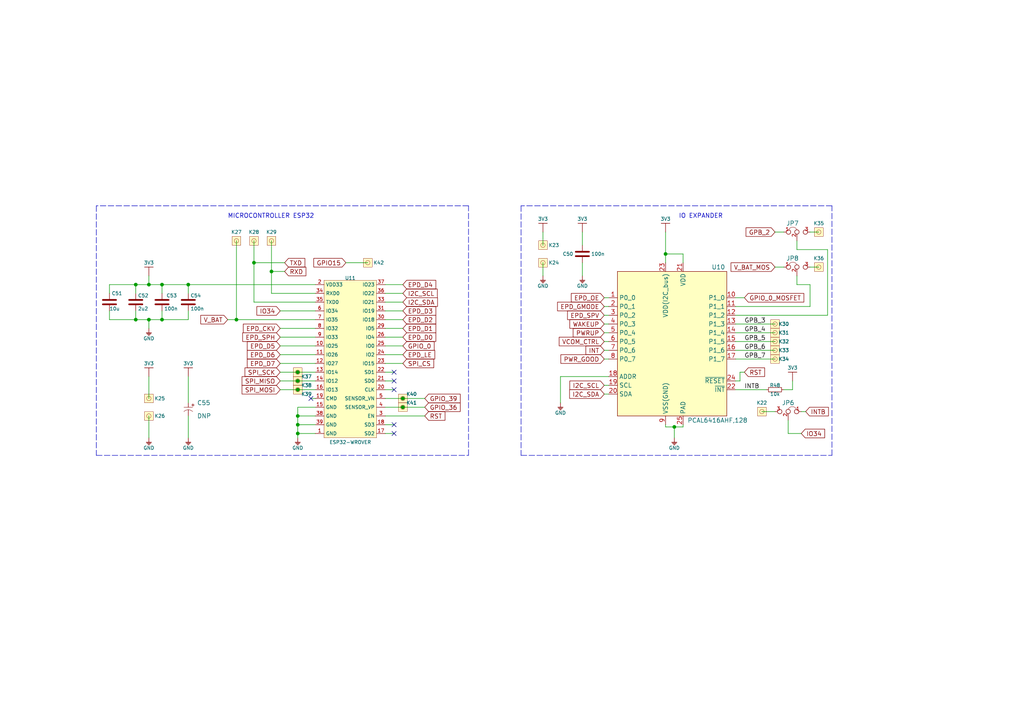
<source format=kicad_sch>
(kicad_sch (version 20211123) (generator eeschema)

  (uuid 1eb3a867-2551-4c40-a31f-e6614d7f2be0)

  (paper "A4")

  (title_block
    (title "Soldered Inkplate 5 Gen2")
    (date "2024-05-27")
    (rev "V1.1.0")
    (company "SOLDERED")
    (comment 1 "333333")
  )

  (lib_symbols
    (symbol "0603C_1" (pin_numbers hide) (pin_names (offset 0.002)) (in_bom yes) (on_board yes)
      (property "Reference" "C" (id 0) (at 0 3.81 0)
        (effects (font (size 1 1)))
      )
      (property "Value" "0603C_1" (id 1) (at 0 -3.175 0)
        (effects (font (size 1 1)))
      )
      (property "Footprint" "e-radionica.com footprinti:0603C" (id 2) (at 0.635 -4.445 0)
        (effects (font (size 1 1)) hide)
      )
      (property "Datasheet" "" (id 3) (at 0 0 0)
        (effects (font (size 1 1)) hide)
      )
      (symbol "0603C_1_0_1"
        (polyline
          (pts
            (xy -0.635 1.905)
            (xy -0.635 -1.905)
          )
          (stroke (width 0.5) (type default) (color 0 0 0 0))
          (fill (type none))
        )
        (polyline
          (pts
            (xy 0.635 1.905)
            (xy 0.635 -1.905)
          )
          (stroke (width 0.5) (type default) (color 0 0 0 0))
          (fill (type none))
        )
      )
      (symbol "0603C_1_1_1"
        (pin passive line (at -2.54 0 0) (length 1.9)
          (name "~" (effects (font (size 1.27 1.27))))
          (number "1" (effects (font (size 1.27 1.27))))
        )
        (pin passive line (at 2.54 0 180) (length 1.9)
          (name "~" (effects (font (size 1.27 1.27))))
          (number "2" (effects (font (size 1.27 1.27))))
        )
      )
    )
    (symbol "0603C_2" (pin_numbers hide) (pin_names (offset 0.002)) (in_bom yes) (on_board yes)
      (property "Reference" "C" (id 0) (at 0 3.81 0)
        (effects (font (size 1 1)))
      )
      (property "Value" "0603C_2" (id 1) (at 0 -3.175 0)
        (effects (font (size 1 1)))
      )
      (property "Footprint" "e-radionica.com footprinti:0603C" (id 2) (at 0.635 -4.445 0)
        (effects (font (size 1 1)) hide)
      )
      (property "Datasheet" "" (id 3) (at 0 0 0)
        (effects (font (size 1 1)) hide)
      )
      (symbol "0603C_2_0_1"
        (polyline
          (pts
            (xy -0.635 1.905)
            (xy -0.635 -1.905)
          )
          (stroke (width 0.5) (type default) (color 0 0 0 0))
          (fill (type none))
        )
        (polyline
          (pts
            (xy 0.635 1.905)
            (xy 0.635 -1.905)
          )
          (stroke (width 0.5) (type default) (color 0 0 0 0))
          (fill (type none))
        )
      )
      (symbol "0603C_2_1_1"
        (pin passive line (at -2.54 0 0) (length 1.9)
          (name "~" (effects (font (size 1.27 1.27))))
          (number "1" (effects (font (size 1.27 1.27))))
        )
        (pin passive line (at 2.54 0 180) (length 1.9)
          (name "~" (effects (font (size 1.27 1.27))))
          (number "2" (effects (font (size 1.27 1.27))))
        )
      )
    )
    (symbol "0603C_3" (pin_numbers hide) (pin_names (offset 0.002)) (in_bom yes) (on_board yes)
      (property "Reference" "C" (id 0) (at 0 3.81 0)
        (effects (font (size 1 1)))
      )
      (property "Value" "0603C_3" (id 1) (at 0 -3.175 0)
        (effects (font (size 1 1)))
      )
      (property "Footprint" "e-radionica.com footprinti:0603C" (id 2) (at 0.635 -4.445 0)
        (effects (font (size 1 1)) hide)
      )
      (property "Datasheet" "" (id 3) (at 0 0 0)
        (effects (font (size 1 1)) hide)
      )
      (symbol "0603C_3_0_1"
        (polyline
          (pts
            (xy -0.635 1.905)
            (xy -0.635 -1.905)
          )
          (stroke (width 0.5) (type default) (color 0 0 0 0))
          (fill (type none))
        )
        (polyline
          (pts
            (xy 0.635 1.905)
            (xy 0.635 -1.905)
          )
          (stroke (width 0.5) (type default) (color 0 0 0 0))
          (fill (type none))
        )
      )
      (symbol "0603C_3_1_1"
        (pin passive line (at -2.54 0 0) (length 1.9)
          (name "~" (effects (font (size 1.27 1.27))))
          (number "1" (effects (font (size 1.27 1.27))))
        )
        (pin passive line (at 2.54 0 180) (length 1.9)
          (name "~" (effects (font (size 1.27 1.27))))
          (number "2" (effects (font (size 1.27 1.27))))
        )
      )
    )
    (symbol "SMD_JUMPER_3_PAD_CONNECTED_LEFT_TRACE_1" (in_bom yes) (on_board yes)
      (property "Reference" "JP" (id 0) (at 0 2.413 0)
        (effects (font (size 1.27 1.27)))
      )
      (property "Value" "SMD_JUMPER_3_PAD_CONNECTED_LEFT_TRACE_1" (id 1) (at -1.27 -7.62 0)
        (effects (font (size 1.27 1.27)) hide)
      )
      (property "Footprint" "e-radionica.com footprinti:SMD_JUMPER_3_PAD_CONNECTED_LEFT_TRACE" (id 2) (at 2.54 -12.7 0)
        (effects (font (size 1.27 1.27)) hide)
      )
      (property "Datasheet" "" (id 3) (at 1.27 0 0)
        (effects (font (size 1.27 1.27)) hide)
      )
      (symbol "SMD_JUMPER_3_PAD_CONNECTED_LEFT_TRACE_1_0_1"
        (arc (start 0 0.635) (mid -1.2065 1.4342) (end -2.413 0.635)
          (stroke (width 0.1) (type default) (color 0 0 0 0))
          (fill (type none))
        )
      )
      (symbol "SMD_JUMPER_3_PAD_CONNECTED_LEFT_TRACE_1_1_1"
        (pin passive inverted (at -3.81 0 0) (length 2)
          (name "" (effects (font (size 1 1))))
          (number "1" (effects (font (size 1 1))))
        )
        (pin passive inverted (at 0 -2.54 90) (length 3.2)
          (name "" (effects (font (size 1 1))))
          (number "2" (effects (font (size 1 1))))
        )
        (pin passive inverted (at 3.81 0 180) (length 2)
          (name "" (effects (font (size 1 1))))
          (number "3" (effects (font (size 1 1))))
        )
      )
    )
    (symbol "SMD_JUMPER_3_PAD_CONNECTED_LEFT_TRACE_2" (in_bom yes) (on_board yes)
      (property "Reference" "JP" (id 0) (at 0 2.413 0)
        (effects (font (size 1.27 1.27)))
      )
      (property "Value" "SMD_JUMPER_3_PAD_CONNECTED_LEFT_TRACE_2" (id 1) (at -1.27 -7.62 0)
        (effects (font (size 1.27 1.27)) hide)
      )
      (property "Footprint" "e-radionica.com footprinti:SMD_JUMPER_3_PAD_CONNECTED_LEFT_TRACE" (id 2) (at 2.54 -12.7 0)
        (effects (font (size 1.27 1.27)) hide)
      )
      (property "Datasheet" "" (id 3) (at 1.27 0 0)
        (effects (font (size 1.27 1.27)) hide)
      )
      (symbol "SMD_JUMPER_3_PAD_CONNECTED_LEFT_TRACE_2_0_1"
        (arc (start 0 0.635) (mid -1.2065 1.4342) (end -2.413 0.635)
          (stroke (width 0.1) (type default) (color 0 0 0 0))
          (fill (type none))
        )
      )
      (symbol "SMD_JUMPER_3_PAD_CONNECTED_LEFT_TRACE_2_1_1"
        (pin passive inverted (at -3.81 0 0) (length 2)
          (name "" (effects (font (size 1 1))))
          (number "1" (effects (font (size 1 1))))
        )
        (pin passive inverted (at 0 -2.54 90) (length 3.2)
          (name "" (effects (font (size 1 1))))
          (number "2" (effects (font (size 1 1))))
        )
        (pin passive inverted (at 3.81 0 180) (length 2)
          (name "" (effects (font (size 1 1))))
          (number "3" (effects (font (size 1 1))))
        )
      )
    )
    (symbol "e-radionica.com schematics:0603C" (pin_numbers hide) (pin_names (offset 0.002)) (in_bom yes) (on_board yes)
      (property "Reference" "C" (id 0) (at 0 3.81 0)
        (effects (font (size 1 1)))
      )
      (property "Value" "0603C" (id 1) (at 0 -3.175 0)
        (effects (font (size 1 1)))
      )
      (property "Footprint" "e-radionica.com footprinti:0603C" (id 2) (at 0.635 -4.445 0)
        (effects (font (size 1 1)) hide)
      )
      (property "Datasheet" "" (id 3) (at 0 0 0)
        (effects (font (size 1 1)) hide)
      )
      (symbol "0603C_0_1"
        (polyline
          (pts
            (xy -0.635 1.905)
            (xy -0.635 -1.905)
          )
          (stroke (width 0.5) (type default) (color 0 0 0 0))
          (fill (type none))
        )
        (polyline
          (pts
            (xy 0.635 1.905)
            (xy 0.635 -1.905)
          )
          (stroke (width 0.5) (type default) (color 0 0 0 0))
          (fill (type none))
        )
      )
      (symbol "0603C_1_1"
        (pin passive line (at -2.54 0 0) (length 1.9)
          (name "~" (effects (font (size 1.27 1.27))))
          (number "1" (effects (font (size 1.27 1.27))))
        )
        (pin passive line (at 2.54 0 180) (length 1.9)
          (name "~" (effects (font (size 1.27 1.27))))
          (number "2" (effects (font (size 1.27 1.27))))
        )
      )
    )
    (symbol "e-radionica.com schematics:0603R" (pin_numbers hide) (pin_names (offset 0.254)) (in_bom yes) (on_board yes)
      (property "Reference" "R" (id 0) (at 0 1.27 0)
        (effects (font (size 1 1)))
      )
      (property "Value" "0603R" (id 1) (at 0 -1.905 0)
        (effects (font (size 1 1)))
      )
      (property "Footprint" "e-radionica.com footprinti:0603R" (id 2) (at 0 -3.81 0)
        (effects (font (size 1 1)) hide)
      )
      (property "Datasheet" "" (id 3) (at -0.635 1.905 0)
        (effects (font (size 1 1)) hide)
      )
      (symbol "0603R_0_1"
        (rectangle (start -1.905 0.635) (end 1.905 -0.635)
          (stroke (width 0.15) (type default) (color 0 0 0 0))
          (fill (type none))
        )
      )
      (symbol "0603R_1_1"
        (pin passive line (at -2.54 0 0) (length 0.63)
          (name "~" (effects (font (size 1.27 1.27))))
          (number "1" (effects (font (size 1.27 1.27))))
        )
        (pin passive line (at 2.54 0 180) (length 0.63)
          (name "~" (effects (font (size 1.27 1.27))))
          (number "2" (effects (font (size 1.27 1.27))))
        )
      )
    )
    (symbol "e-radionica.com schematics:1206C" (pin_numbers hide) (in_bom yes) (on_board yes)
      (property "Reference" "C" (id 0) (at 0 3.81 0)
        (effects (font (size 1 1)))
      )
      (property "Value" "1206C" (id 1) (at 0 -3.175 0)
        (effects (font (size 1 1)))
      )
      (property "Footprint" "e-radionica.com footprinti:1206C" (id 2) (at 0 -5.08 0)
        (effects (font (size 1 1)) hide)
      )
      (property "Datasheet" "" (id 3) (at 0 0 0)
        (effects (font (size 1 1)) hide)
      )
      (symbol "1206C_0_1"
        (polyline
          (pts
            (xy -0.635 1.905)
            (xy -0.635 -1.905)
          )
          (stroke (width 0.5) (type default) (color 0 0 0 0))
          (fill (type none))
        )
        (polyline
          (pts
            (xy 0.635 1.905)
            (xy 0.635 -1.905)
          )
          (stroke (width 0.5) (type default) (color 0 0 0 0))
          (fill (type none))
        )
      )
      (symbol "1206C_1_1"
        (pin passive line (at -2.54 0 0) (length 1.9)
          (name "~" (effects (font (size 1.27 1.27))))
          (number "1" (effects (font (size 1.27 1.27))))
        )
        (pin passive line (at 2.54 0 180) (length 1.9)
          (name "~" (effects (font (size 1.27 1.27))))
          (number "2" (effects (font (size 1.27 1.27))))
        )
      )
    )
    (symbol "e-radionica.com schematics:2917C" (pin_numbers hide) (pin_names hide) (in_bom yes) (on_board yes)
      (property "Reference" "C?" (id 0) (at 0 0 0)
        (effects (font (size 1.27 1.27)))
      )
      (property "Value" "2917C" (id 1) (at 0 0 0)
        (effects (font (size 1.27 1.27)))
      )
      (property "Footprint" "e-radionica.com footprinti:2917C" (id 2) (at 0 0 0)
        (effects (font (size 1.27 1.27)) hide)
      )
      (property "Datasheet" "" (id 3) (at 0 0 0)
        (effects (font (size 1.27 1.27)) hide)
      )
      (property "ki_description" "TANTAL CAP" (id 4) (at 0 0 0)
        (effects (font (size 1.27 1.27)) hide)
      )
      (symbol "2917C_0_0"
        (text "+" (at -0.635 -1.27 0)
          (effects (font (size 1 1)))
        )
      )
      (symbol "2917C_0_1"
        (polyline
          (pts
            (xy 0 -3.81)
            (xy 0 -1.27)
          )
          (stroke (width 0.1) (type default) (color 0 0 0 0))
          (fill (type none))
        )
        (arc (start 1.2699 -1.27) (mid 0.7439 -2.54) (end 1.2699 -3.81)
          (stroke (width 0.1) (type default) (color 0 0 0 0))
          (fill (type none))
        )
      )
      (symbol "2917C_1_1"
        (pin input line (at -1.27 -2.54 0) (length 1.27)
          (name "+" (effects (font (size 1.27 1.27))))
          (number "1" (effects (font (size 1.27 1.27))))
        )
        (pin input line (at 2.54 -2.54 180) (length 1.8)
          (name "-" (effects (font (size 1.27 1.27))))
          (number "2" (effects (font (size 1.27 1.27))))
        )
      )
    )
    (symbol "e-radionica.com schematics:3V3" (power) (pin_names (offset 0)) (in_bom yes) (on_board yes)
      (property "Reference" "#PWR" (id 0) (at 4.445 0 0)
        (effects (font (size 1 1)) hide)
      )
      (property "Value" "3V3" (id 1) (at 0 3.556 0)
        (effects (font (size 1 1)))
      )
      (property "Footprint" "" (id 2) (at 4.445 3.81 0)
        (effects (font (size 1 1)) hide)
      )
      (property "Datasheet" "" (id 3) (at 4.445 3.81 0)
        (effects (font (size 1 1)) hide)
      )
      (property "ki_keywords" "power-flag" (id 4) (at 0 0 0)
        (effects (font (size 1.27 1.27)) hide)
      )
      (property "ki_description" "Power symbol creates a global label with name \"3V3\"" (id 5) (at 0 0 0)
        (effects (font (size 1.27 1.27)) hide)
      )
      (symbol "3V3_0_1"
        (polyline
          (pts
            (xy -1.27 2.54)
            (xy 1.27 2.54)
          )
          (stroke (width 0.16) (type default) (color 0 0 0 0))
          (fill (type none))
        )
        (polyline
          (pts
            (xy 0 0)
            (xy 0 2.54)
          )
          (stroke (width 0) (type default) (color 0 0 0 0))
          (fill (type none))
        )
      )
      (symbol "3V3_1_1"
        (pin power_in line (at 0 0 90) (length 0) hide
          (name "3V3" (effects (font (size 1.27 1.27))))
          (number "1" (effects (font (size 1.27 1.27))))
        )
      )
    )
    (symbol "e-radionica.com schematics:ESP32-WROVER" (in_bom yes) (on_board yes)
      (property "Reference" "U" (id 0) (at -6.35 25.4 0)
        (effects (font (size 1 1)))
      )
      (property "Value" "ESP32-WROVER" (id 1) (at 0 -22.86 0)
        (effects (font (size 1 1)))
      )
      (property "Footprint" "e-radionica.com footprinti:ESP32-WROVER" (id 2) (at 0 -24.13 0)
        (effects (font (size 1 1)) hide)
      )
      (property "Datasheet" "" (id 3) (at 0 0 0)
        (effects (font (size 1 1)) hide)
      )
      (symbol "ESP32-WROVER_0_1"
        (rectangle (start -7.62 24.13) (end 7.62 -21.59)
          (stroke (width 0.001) (type default) (color 0 0 0 0))
          (fill (type background))
        )
      )
      (symbol "ESP32-WROVER_1_1"
        (pin power_in line (at -10.16 -20.32 0) (length 2.54)
          (name "GND" (effects (font (size 1 1))))
          (number "1" (effects (font (size 1 1))))
        )
        (pin bidirectional line (at -10.16 5.08 0) (length 2.54)
          (name "IO25" (effects (font (size 1 1))))
          (number "10" (effects (font (size 1 1))))
        )
        (pin bidirectional line (at -10.16 2.54 0) (length 2.54)
          (name "IO26" (effects (font (size 1 1))))
          (number "11" (effects (font (size 1 1))))
        )
        (pin bidirectional line (at -10.16 0 0) (length 2.54)
          (name "IO27" (effects (font (size 1 1))))
          (number "12" (effects (font (size 1 1))))
        )
        (pin bidirectional line (at -10.16 -2.54 0) (length 2.54)
          (name "IO14" (effects (font (size 1 1))))
          (number "13" (effects (font (size 1 1))))
        )
        (pin bidirectional line (at -10.16 -5.08 0) (length 2.54)
          (name "IO12" (effects (font (size 1 1))))
          (number "14" (effects (font (size 1 1))))
        )
        (pin power_in line (at -10.16 -12.7 0) (length 2.54)
          (name "GND" (effects (font (size 1 1))))
          (number "15" (effects (font (size 1 1))))
        )
        (pin bidirectional line (at -10.16 -7.62 0) (length 2.54)
          (name "IO13" (effects (font (size 1 1))))
          (number "16" (effects (font (size 1 1))))
        )
        (pin bidirectional line (at 10.16 -20.32 180) (length 2.54)
          (name "SD2" (effects (font (size 1 1))))
          (number "17" (effects (font (size 1 1))))
        )
        (pin bidirectional line (at 10.16 -17.78 180) (length 2.54)
          (name "SD3" (effects (font (size 1 1))))
          (number "18" (effects (font (size 1 1))))
        )
        (pin bidirectional line (at -10.16 -10.16 0) (length 2.54)
          (name "CMD" (effects (font (size 1 1))))
          (number "19" (effects (font (size 1 1))))
        )
        (pin power_in line (at -10.16 22.86 0) (length 2.54)
          (name "VDD33" (effects (font (size 1 1))))
          (number "2" (effects (font (size 1 1))))
        )
        (pin bidirectional line (at 10.16 -7.62 180) (length 2.54)
          (name "CLK" (effects (font (size 1 1))))
          (number "20" (effects (font (size 1 1))))
        )
        (pin bidirectional line (at 10.16 -5.08 180) (length 2.54)
          (name "SD0" (effects (font (size 1 1))))
          (number "21" (effects (font (size 1 1))))
        )
        (pin bidirectional line (at 10.16 -2.54 180) (length 2.54)
          (name "SD1" (effects (font (size 1 1))))
          (number "22" (effects (font (size 1 1))))
        )
        (pin bidirectional line (at 10.16 0 180) (length 2.54)
          (name "IO15" (effects (font (size 1 1))))
          (number "23" (effects (font (size 1 1))))
        )
        (pin bidirectional line (at 10.16 2.54 180) (length 2.54)
          (name "IO2" (effects (font (size 1 1))))
          (number "24" (effects (font (size 1 1))))
        )
        (pin bidirectional line (at 10.16 5.08 180) (length 2.54)
          (name "IO0" (effects (font (size 1 1))))
          (number "25" (effects (font (size 1 1))))
        )
        (pin bidirectional line (at 10.16 7.62 180) (length 2.54)
          (name "IO4" (effects (font (size 1 1))))
          (number "26" (effects (font (size 1 1))))
        )
        (pin bidirectional line (at 10.16 10.16 180) (length 2.54)
          (name "IO5" (effects (font (size 1 1))))
          (number "29" (effects (font (size 1 1))))
        )
        (pin bidirectional line (at 10.16 -15.24 180) (length 2.54)
          (name "EN" (effects (font (size 1 1))))
          (number "3" (effects (font (size 1 1))))
        )
        (pin bidirectional line (at 10.16 12.7 180) (length 2.54)
          (name "IO18" (effects (font (size 1 1))))
          (number "30" (effects (font (size 1 1))))
        )
        (pin bidirectional line (at 10.16 15.24 180) (length 2.54)
          (name "IO19" (effects (font (size 1 1))))
          (number "31" (effects (font (size 1 1))))
        )
        (pin bidirectional line (at 10.16 17.78 180) (length 2.54)
          (name "IO21" (effects (font (size 1 1))))
          (number "33" (effects (font (size 1 1))))
        )
        (pin bidirectional line (at -10.16 20.32 0) (length 2.54)
          (name "RXD0" (effects (font (size 1 1))))
          (number "34" (effects (font (size 1 1))))
        )
        (pin bidirectional line (at -10.16 17.78 0) (length 2.54)
          (name "TXD0" (effects (font (size 1 1))))
          (number "35" (effects (font (size 1 1))))
        )
        (pin bidirectional line (at 10.16 20.32 180) (length 2.54)
          (name "IO22" (effects (font (size 1 1))))
          (number "36" (effects (font (size 1 1))))
        )
        (pin bidirectional line (at 10.16 22.86 180) (length 2.54)
          (name "IO23" (effects (font (size 1 1))))
          (number "37" (effects (font (size 1 1))))
        )
        (pin power_in line (at -10.16 -15.24 0) (length 2.54)
          (name "GND" (effects (font (size 1 1))))
          (number "38" (effects (font (size 1 1))))
        )
        (pin power_in line (at -10.16 -17.78 0) (length 2.54)
          (name "GND" (effects (font (size 1 1))))
          (number "39" (effects (font (size 1 1))))
        )
        (pin bidirectional line (at 10.16 -12.7 180) (length 2.54)
          (name "SENSOR_VP" (effects (font (size 1 1))))
          (number "4" (effects (font (size 1 1))))
        )
        (pin bidirectional line (at 10.16 -10.16 180) (length 2.54)
          (name "SENSOR_VN" (effects (font (size 1 1))))
          (number "5" (effects (font (size 1 1))))
        )
        (pin bidirectional line (at -10.16 15.24 0) (length 2.54)
          (name "IO34" (effects (font (size 1 1))))
          (number "6" (effects (font (size 1 1))))
        )
        (pin bidirectional line (at -10.16 12.7 0) (length 2.54)
          (name "IO35" (effects (font (size 1 1))))
          (number "7" (effects (font (size 1 1))))
        )
        (pin bidirectional line (at -10.16 10.16 0) (length 2.54)
          (name "IO32" (effects (font (size 1 1))))
          (number "8" (effects (font (size 1 1))))
        )
        (pin bidirectional line (at -10.16 7.62 0) (length 2.54)
          (name "IO33" (effects (font (size 1 1))))
          (number "9" (effects (font (size 1 1))))
        )
      )
    )
    (symbol "e-radionica.com schematics:GND" (power) (pin_names (offset 0)) (in_bom yes) (on_board yes)
      (property "Reference" "#PWR" (id 0) (at 4.445 0 0)
        (effects (font (size 1 1)) hide)
      )
      (property "Value" "GND" (id 1) (at 0 -2.921 0)
        (effects (font (size 1 1)))
      )
      (property "Footprint" "" (id 2) (at 4.445 3.81 0)
        (effects (font (size 1 1)) hide)
      )
      (property "Datasheet" "" (id 3) (at 4.445 3.81 0)
        (effects (font (size 1 1)) hide)
      )
      (property "ki_keywords" "power-flag" (id 4) (at 0 0 0)
        (effects (font (size 1.27 1.27)) hide)
      )
      (property "ki_description" "Power symbol creates a global label with name \"GND\"" (id 5) (at 0 0 0)
        (effects (font (size 1.27 1.27)) hide)
      )
      (symbol "GND_0_1"
        (polyline
          (pts
            (xy -0.762 -1.27)
            (xy 0.762 -1.27)
          )
          (stroke (width 0.16) (type default) (color 0 0 0 0))
          (fill (type none))
        )
        (polyline
          (pts
            (xy -0.635 -1.524)
            (xy 0.635 -1.524)
          )
          (stroke (width 0.16) (type default) (color 0 0 0 0))
          (fill (type none))
        )
        (polyline
          (pts
            (xy -0.381 -1.778)
            (xy 0.381 -1.778)
          )
          (stroke (width 0.16) (type default) (color 0 0 0 0))
          (fill (type none))
        )
        (polyline
          (pts
            (xy -0.127 -2.032)
            (xy 0.127 -2.032)
          )
          (stroke (width 0.16) (type default) (color 0 0 0 0))
          (fill (type none))
        )
        (polyline
          (pts
            (xy 0 0)
            (xy 0 -1.27)
          )
          (stroke (width 0.16) (type default) (color 0 0 0 0))
          (fill (type none))
        )
      )
      (symbol "GND_1_1"
        (pin power_in line (at 0 0 270) (length 0) hide
          (name "GND" (effects (font (size 1.27 1.27))))
          (number "1" (effects (font (size 1.27 1.27))))
        )
      )
    )
    (symbol "e-radionica.com schematics:HEADER_MALE_1X1_Inkplate" (pin_numbers hide) (pin_names hide) (in_bom yes) (on_board yes)
      (property "Reference" "K" (id 0) (at 0 2.54 0)
        (effects (font (size 1 1)))
      )
      (property "Value" "HEADER_MALE_1X1_Inkplate" (id 1) (at 0 -2.54 0)
        (effects (font (size 1 1)))
      )
      (property "Footprint" "e-radionica.com footprinti:HEADER_MALE_1X1_Inkplate" (id 2) (at 0 -5.08 0)
        (effects (font (size 1 1)) hide)
      )
      (property "Datasheet" "" (id 3) (at 0 0 0)
        (effects (font (size 1 1)) hide)
      )
      (symbol "HEADER_MALE_1X1_Inkplate_0_1"
        (rectangle (start -1.27 1.27) (end 1.27 -1.27)
          (stroke (width 0.001) (type default) (color 0 0 0 0))
          (fill (type background))
        )
        (circle (center 0 0) (radius 0.635)
          (stroke (width 0.0006) (type default) (color 0 0 0 0))
          (fill (type none))
        )
      )
      (symbol "HEADER_MALE_1X1_Inkplate_1_1"
        (pin passive line (at 0 0 180) (length 0)
          (name "~" (effects (font (size 1 1))))
          (number "1" (effects (font (size 1 1))))
        )
      )
    )
    (symbol "e-radionica.com schematics:PCAL6416AHF,128" (in_bom yes) (on_board yes)
      (property "Reference" "U" (id 0) (at 1.27 -5.08 0)
        (effects (font (size 1.27 1.27)))
      )
      (property "Value" "PCAL6416AHF,128" (id 1) (at 1.27 0 0)
        (effects (font (size 1.27 1.27)))
      )
      (property "Footprint" "e-radionica.com footprinti:PCAL6416AHF,128" (id 2) (at 0 31.75 0)
        (effects (font (size 1.27 1.27)) hide)
      )
      (property "Datasheet" "" (id 3) (at -15.24 11.43 0)
        (effects (font (size 1.27 1.27)) hide)
      )
      (symbol "PCAL6416AHF,128_0_0"
        (rectangle (start -15.24 20.32) (end 16.51 -21.59)
          (stroke (width 0) (type default) (color 0 0 0 0))
          (fill (type background))
        )
        (pin passive line (at 3.81 -24.13 90) (length 2.54)
          (name "PAD" (effects (font (size 1.27 1.27))))
          (number "25" (effects (font (size 1.27 1.27))))
        )
      )
      (symbol "PCAL6416AHF,128_1_1"
        (pin passive line (at -17.78 12.7 0) (length 2.54)
          (name "P0_0" (effects (font (size 1.27 1.27))))
          (number "1" (effects (font (size 1.27 1.27))))
        )
        (pin passive line (at 19.05 12.7 180) (length 2.54)
          (name "P1_0" (effects (font (size 1.27 1.27))))
          (number "10" (effects (font (size 1.27 1.27))))
        )
        (pin passive line (at 19.05 10.16 180) (length 2.54)
          (name "P1_1" (effects (font (size 1.27 1.27))))
          (number "11" (effects (font (size 1.27 1.27))))
        )
        (pin passive line (at 19.05 7.62 180) (length 2.54)
          (name "P1_2" (effects (font (size 1.27 1.27))))
          (number "12" (effects (font (size 1.27 1.27))))
        )
        (pin passive line (at 19.05 5.08 180) (length 2.54)
          (name "P1_3" (effects (font (size 1.27 1.27))))
          (number "13" (effects (font (size 1.27 1.27))))
        )
        (pin passive line (at 19.05 2.54 180) (length 2.54)
          (name "P1_4" (effects (font (size 1.27 1.27))))
          (number "14" (effects (font (size 1.27 1.27))))
        )
        (pin passive line (at 19.05 0 180) (length 2.54)
          (name "P1_5" (effects (font (size 1.27 1.27))))
          (number "15" (effects (font (size 1.27 1.27))))
        )
        (pin passive line (at 19.05 -2.54 180) (length 2.54)
          (name "P1_6" (effects (font (size 1.27 1.27))))
          (number "16" (effects (font (size 1.27 1.27))))
        )
        (pin passive line (at 19.05 -5.08 180) (length 2.54)
          (name "P1_7" (effects (font (size 1.27 1.27))))
          (number "17" (effects (font (size 1.27 1.27))))
        )
        (pin passive line (at -17.78 -10.16 0) (length 2.54)
          (name "ADDR" (effects (font (size 1.27 1.27))))
          (number "18" (effects (font (size 1.27 1.27))))
        )
        (pin passive line (at -17.78 -12.7 0) (length 2.54)
          (name "SCL" (effects (font (size 1.27 1.27))))
          (number "19" (effects (font (size 1.27 1.27))))
        )
        (pin passive line (at -17.78 10.16 0) (length 2.54)
          (name "P0_1" (effects (font (size 1.27 1.27))))
          (number "2" (effects (font (size 1.27 1.27))))
        )
        (pin passive line (at -17.78 -15.24 0) (length 2.54)
          (name "SDA" (effects (font (size 1.27 1.27))))
          (number "20" (effects (font (size 1.27 1.27))))
        )
        (pin passive line (at 3.81 22.86 270) (length 2.54)
          (name "VDD" (effects (font (size 1.27 1.27))))
          (number "21" (effects (font (size 1.27 1.27))))
        )
        (pin passive line (at 19.05 -13.97 180) (length 2.54)
          (name "~{INT}" (effects (font (size 1.27 1.27))))
          (number "22" (effects (font (size 1.27 1.27))))
        )
        (pin passive line (at -1.27 22.86 270) (length 2.54)
          (name "VDD(I2C_bus)" (effects (font (size 1.27 1.27))))
          (number "23" (effects (font (size 1.27 1.27))))
        )
        (pin passive line (at 19.05 -11.43 180) (length 2.54)
          (name "~{RESET}" (effects (font (size 1.27 1.27))))
          (number "24" (effects (font (size 1.27 1.27))))
        )
        (pin passive line (at -17.78 7.62 0) (length 2.54)
          (name "P0_2" (effects (font (size 1.27 1.27))))
          (number "3" (effects (font (size 1.27 1.27))))
        )
        (pin passive line (at -17.78 5.08 0) (length 2.54)
          (name "P0_3" (effects (font (size 1.27 1.27))))
          (number "4" (effects (font (size 1.27 1.27))))
        )
        (pin passive line (at -17.78 2.54 0) (length 2.54)
          (name "P0_4" (effects (font (size 1.27 1.27))))
          (number "5" (effects (font (size 1.27 1.27))))
        )
        (pin passive line (at -17.78 0 0) (length 2.54)
          (name "P0_5" (effects (font (size 1.27 1.27))))
          (number "6" (effects (font (size 1.27 1.27))))
        )
        (pin passive line (at -17.78 -2.54 0) (length 2.54)
          (name "P0_6" (effects (font (size 1.27 1.27))))
          (number "7" (effects (font (size 1.27 1.27))))
        )
        (pin passive line (at -17.78 -5.08 0) (length 2.54)
          (name "P0_7" (effects (font (size 1.27 1.27))))
          (number "8" (effects (font (size 1.27 1.27))))
        )
        (pin passive line (at -1.27 -24.13 90) (length 2.54)
          (name "VSS(GND)" (effects (font (size 1.27 1.27))))
          (number "9" (effects (font (size 1.27 1.27))))
        )
      )
    )
    (symbol "e-radionica.com schematics:SMD_JUMPER_3_PAD_CONNECTED_LEFT_TRACE" (in_bom yes) (on_board yes)
      (property "Reference" "JP" (id 0) (at 0 2.413 0)
        (effects (font (size 1.27 1.27)))
      )
      (property "Value" "SMD_JUMPER_3_PAD_CONNECTED_LEFT_TRACE" (id 1) (at -1.27 -7.62 0)
        (effects (font (size 1.27 1.27)) hide)
      )
      (property "Footprint" "e-radionica.com footprinti:SMD_JUMPER_3_PAD_CONNECTED_LEFT_TRACE" (id 2) (at 2.54 -12.7 0)
        (effects (font (size 1.27 1.27)) hide)
      )
      (property "Datasheet" "" (id 3) (at 1.27 0 0)
        (effects (font (size 1.27 1.27)) hide)
      )
      (symbol "SMD_JUMPER_3_PAD_CONNECTED_LEFT_TRACE_0_1"
        (arc (start 0 0.635) (mid -1.2065 1.4342) (end -2.413 0.635)
          (stroke (width 0.1) (type default) (color 0 0 0 0))
          (fill (type none))
        )
      )
      (symbol "SMD_JUMPER_3_PAD_CONNECTED_LEFT_TRACE_1_1"
        (pin passive inverted (at -3.81 0 0) (length 2)
          (name "" (effects (font (size 1 1))))
          (number "1" (effects (font (size 1 1))))
        )
        (pin passive inverted (at 0 -2.54 90) (length 3.2)
          (name "" (effects (font (size 1 1))))
          (number "2" (effects (font (size 1 1))))
        )
        (pin passive inverted (at 3.81 0 180) (length 2)
          (name "" (effects (font (size 1 1))))
          (number "3" (effects (font (size 1 1))))
        )
      )
    )
  )

  (junction (at 86.36 113.03) (diameter 0) (color 0 0 0 0)
    (uuid 033149cc-1786-4c9b-a15e-02b99682359f)
  )
  (junction (at 195.58 123.825) (diameter 0) (color 0 0 0 0)
    (uuid 06c2e331-70bf-4509-8109-aa42bf447646)
  )
  (junction (at 86.36 123.19) (diameter 0) (color 0 0 0 0)
    (uuid 195aa3b0-8b06-43ef-b89e-1d70484dd074)
  )
  (junction (at 78.74 78.74) (diameter 0) (color 0 0 0 0)
    (uuid 19c873bb-ba17-4005-ac9e-8737a49f05e9)
  )
  (junction (at 193.04 73.66) (diameter 0) (color 0 0 0 0)
    (uuid 31129a49-7667-49f6-ad73-780e79d106e3)
  )
  (junction (at 116.84 115.57) (diameter 0) (color 0 0 0 0)
    (uuid 3427a8cc-530f-4b3b-bd69-88e5fddc77c3)
  )
  (junction (at 43.18 82.55) (diameter 0) (color 0 0 0 0)
    (uuid 3651ac08-94b3-49c5-9737-fbb6062100d6)
  )
  (junction (at 46.99 82.55) (diameter 0) (color 0 0 0 0)
    (uuid 42432198-ef29-4e3f-a56a-677c602a14c4)
  )
  (junction (at 86.3423 107.95) (diameter 0) (color 0 0 0 0)
    (uuid 53acf1dd-d5ad-42fb-a0dc-9b79b36f7f1a)
  )
  (junction (at 54.61 82.55) (diameter 0) (color 0 0 0 0)
    (uuid 754814ca-1e97-421c-99c5-8de4a038f82a)
  )
  (junction (at 73.66 76.2) (diameter 0) (color 0 0 0 0)
    (uuid 7897f460-ca51-44b1-8bbc-35aa0cfc0b71)
  )
  (junction (at 86.36 120.65) (diameter 0) (color 0 0 0 0)
    (uuid aa6a3611-b54f-4f98-a3f7-d4b1badb73c8)
  )
  (junction (at 116.84 118.11) (diameter 0) (color 0 0 0 0)
    (uuid ba763026-c25b-4be9-b120-a927b8f74b4a)
  )
  (junction (at 43.18 92.71) (diameter 0) (color 0 0 0 0)
    (uuid bb522b80-6ddf-419b-870d-ef1c2929bc1f)
  )
  (junction (at 39.37 92.71) (diameter 0) (color 0 0 0 0)
    (uuid c3bdeb43-857e-4cea-bb4b-9e714440ee17)
  )
  (junction (at 86.36 125.73) (diameter 0) (color 0 0 0 0)
    (uuid c3ef7a0e-e85b-463a-b7f7-eacb2d922d3f)
  )
  (junction (at 86.3423 110.49) (diameter 0) (color 0 0 0 0)
    (uuid cc42517e-f9d5-44c7-810e-210454688fc2)
  )
  (junction (at 39.37 82.55) (diameter 0) (color 0 0 0 0)
    (uuid d621c037-4725-45b8-88d0-3c257864cc4d)
  )
  (junction (at 68.58 92.71) (diameter 0) (color 0 0 0 0)
    (uuid ded5b14f-ec2d-4121-8f88-669488d88a4e)
  )
  (junction (at 46.99 92.71) (diameter 0) (color 0 0 0 0)
    (uuid f33762f9-8dd5-4a9c-a83a-a16ba2778b75)
  )

  (no_connect (at 114.3 107.95) (uuid 05eb5a3a-9c80-46ab-8861-85776df175f2))
  (no_connect (at 114.3 110.49) (uuid 23e91ff3-00c9-4f86-a750-f9e14350bc68))
  (no_connect (at 114.3 123.19) (uuid 51c7d371-b878-4997-9d9d-cea0a6a35951))
  (no_connect (at 114.3 113.03) (uuid 87f60ac6-8551-4264-b723-35e130bf5a61))
  (no_connect (at 114.3 125.73) (uuid 9979c228-555f-47e6-bd76-75bbf67ea35d))
  (no_connect (at 90.17 115.57) (uuid ac152acb-68da-4747-a387-80629db6d9b5))

  (wire (pts (xy 31.75 92.71) (xy 39.37 92.71))
    (stroke (width 0) (type default) (color 0 0 0 0))
    (uuid 00780523-f658-4e77-941d-a68c9de84fd6)
  )
  (wire (pts (xy 111.76 85.09) (xy 116.84 85.09))
    (stroke (width 0) (type default) (color 0 0 0 0))
    (uuid 079209b9-9539-4464-9f18-937d5c498e5f)
  )
  (wire (pts (xy 91.44 125.73) (xy 86.36 125.73))
    (stroke (width 0) (type default) (color 0 0 0 0))
    (uuid 07abcd79-15fa-4363-9aa1-0d4389edf5d2)
  )
  (wire (pts (xy 214.63 107.95) (xy 215.9 107.95))
    (stroke (width 0) (type default) (color 0 0 0 0))
    (uuid 0b69a82a-0d9b-4125-b52f-f91f5e51804c)
  )
  (wire (pts (xy 213.36 86.36) (xy 215.9 86.36))
    (stroke (width 0) (type default) (color 0 0 0 0))
    (uuid 0f72cb3a-5bce-4f77-ab62-401038c386b7)
  )
  (wire (pts (xy 43.18 82.55) (xy 46.99 82.55))
    (stroke (width 0) (type default) (color 0 0 0 0))
    (uuid 100c2001-d6df-48aa-9a0f-b2f43e912e3a)
  )
  (wire (pts (xy 168.91 67.31) (xy 168.91 71.12))
    (stroke (width 0) (type default) (color 0 0 0 0))
    (uuid 1278050d-47b2-45cf-81d9-f744a91d54c7)
  )
  (wire (pts (xy 111.76 107.95) (xy 114.3 107.95))
    (stroke (width 0) (type default) (color 0 0 0 0))
    (uuid 144f2ed0-ef67-4e0b-b8c0-3d206c197a4d)
  )
  (wire (pts (xy 213.36 110.49) (xy 214.63 110.49))
    (stroke (width 0) (type default) (color 0 0 0 0))
    (uuid 15958ce4-53ec-4fa7-9eab-6f7e81a3c74a)
  )
  (wire (pts (xy 54.61 82.55) (xy 54.61 85.09))
    (stroke (width 0) (type default) (color 0 0 0 0))
    (uuid 179974b2-8ed3-4d42-a80e-cf6709e16a12)
  )
  (wire (pts (xy 81.28 110.49) (xy 86.3423 110.49))
    (stroke (width 0) (type default) (color 0 0 0 0))
    (uuid 180c963a-e859-4051-95b8-96d2b983ff5b)
  )
  (polyline (pts (xy 241.3 132.08) (xy 241.3 59.69))
    (stroke (width 0) (type default) (color 0 0 0 0))
    (uuid 18676ab2-5865-4de6-90d3-ffb97579580f)
  )

  (wire (pts (xy 100.33 76.2) (xy 106.68 76.2))
    (stroke (width 0) (type default) (color 0 0 0 0))
    (uuid 1a08630c-be62-4972-96c7-35e1f2f6ae7c)
  )
  (wire (pts (xy 116.84 118.11) (xy 123.19 118.11))
    (stroke (width 0) (type default) (color 0 0 0 0))
    (uuid 1f6a280c-02f7-41a2-af9f-44fb04f0a9b2)
  )
  (wire (pts (xy 86.36 123.19) (xy 91.44 123.19))
    (stroke (width 0) (type default) (color 0 0 0 0))
    (uuid 20573b6a-e156-4f81-9552-8c93a8a4f612)
  )
  (wire (pts (xy 46.99 82.55) (xy 54.61 82.55))
    (stroke (width 0) (type default) (color 0 0 0 0))
    (uuid 2063c57a-f463-48d4-927b-80020c39a4f5)
  )
  (wire (pts (xy 90.17 115.57) (xy 91.44 115.57))
    (stroke (width 0) (type default) (color 0 0 0 0))
    (uuid 20a0f74a-63c9-4bb1-a79e-71b18ba62398)
  )
  (wire (pts (xy 234.95 82.55) (xy 234.95 88.9))
    (stroke (width 0) (type default) (color 0 0 0 0))
    (uuid 22ca5ca0-0bf2-45a6-9bb5-c59e8fd541c5)
  )
  (wire (pts (xy 213.36 93.98) (xy 224.79 93.98))
    (stroke (width 0) (type default) (color 0 0 0 0))
    (uuid 24031ad9-e6e4-4db4-9321-27163ae8b8d9)
  )
  (wire (pts (xy 111.76 115.57) (xy 116.84 115.57))
    (stroke (width 0) (type default) (color 0 0 0 0))
    (uuid 247a1d34-d818-4510-b372-372c8143eca4)
  )
  (wire (pts (xy 86.36 113.03) (xy 91.44 113.03))
    (stroke (width 0) (type default) (color 0 0 0 0))
    (uuid 2706ab33-fc94-441a-a4fb-fed3b63d4222)
  )
  (wire (pts (xy 73.66 69.85) (xy 73.66 76.2))
    (stroke (width 0) (type default) (color 0 0 0 0))
    (uuid 281c5550-163d-485f-aedc-8cb0aab7de5c)
  )
  (wire (pts (xy 224.79 67.31) (xy 227.33 67.31))
    (stroke (width 0) (type default) (color 0 0 0 0))
    (uuid 28c1276f-c328-40aa-a53e-068628a6c96e)
  )
  (wire (pts (xy 175.26 88.9) (xy 176.53 88.9))
    (stroke (width 0) (type default) (color 0 0 0 0))
    (uuid 2a7b7a11-1ce5-45e1-b7e7-7061c0d3df9e)
  )
  (wire (pts (xy 43.18 120.65) (xy 43.18 127))
    (stroke (width 0) (type default) (color 0 0 0 0))
    (uuid 2e9126dc-800b-4766-999c-a28bcf28eee3)
  )
  (wire (pts (xy 81.28 95.25) (xy 91.44 95.25))
    (stroke (width 0) (type default) (color 0 0 0 0))
    (uuid 2e959d78-205b-43e2-b7c6-eb7135c5c8c8)
  )
  (wire (pts (xy 198.12 123.19) (xy 198.12 123.825))
    (stroke (width 0) (type default) (color 0 0 0 0))
    (uuid 320e4612-7744-4431-a098-6909e184783b)
  )
  (wire (pts (xy 81.28 100.33) (xy 91.44 100.33))
    (stroke (width 0) (type default) (color 0 0 0 0))
    (uuid 323907fd-02a0-418d-b31e-b84e85eb58a0)
  )
  (wire (pts (xy 86.36 125.73) (xy 86.36 127))
    (stroke (width 0) (type default) (color 0 0 0 0))
    (uuid 3486d9f3-1ee5-4514-8f94-0b936bffa073)
  )
  (wire (pts (xy 157.48 76.2) (xy 157.48 80.01))
    (stroke (width 0) (type default) (color 0 0 0 0))
    (uuid 34dc3f94-8b86-4aee-87cb-ea01f5a1e41c)
  )
  (wire (pts (xy 39.37 82.55) (xy 43.18 82.55))
    (stroke (width 0) (type default) (color 0 0 0 0))
    (uuid 392b861d-a4d0-4445-baa0-0ea94073811e)
  )
  (wire (pts (xy 175.26 101.6) (xy 176.53 101.6))
    (stroke (width 0) (type default) (color 0 0 0 0))
    (uuid 3ea60ad3-1787-4023-945e-398d75553cdc)
  )
  (polyline (pts (xy 135.89 59.69) (xy 27.94 59.69))
    (stroke (width 0) (type default) (color 0 0 0 0))
    (uuid 42e18cdf-0b70-426f-aa90-a8b54f3a1e48)
  )

  (wire (pts (xy 86.36 120.65) (xy 86.36 123.19))
    (stroke (width 0) (type default) (color 0 0 0 0))
    (uuid 43a71e4a-b376-4196-933a-8ced56953c56)
  )
  (wire (pts (xy 46.99 82.55) (xy 46.99 85.09))
    (stroke (width 0) (type default) (color 0 0 0 0))
    (uuid 455b556e-c48d-4d36-905f-d8891f49263e)
  )
  (wire (pts (xy 234.95 88.9) (xy 213.36 88.9))
    (stroke (width 0) (type default) (color 0 0 0 0))
    (uuid 46c45630-ce81-404b-bb40-e174d422f838)
  )
  (wire (pts (xy 232.41 125.73) (xy 228.6 125.73))
    (stroke (width 0) (type default) (color 0 0 0 0))
    (uuid 4a42ea0c-ee22-4d78-aaaf-eea8efbdec96)
  )
  (wire (pts (xy 46.99 90.17) (xy 46.99 92.71))
    (stroke (width 0) (type default) (color 0 0 0 0))
    (uuid 4a889517-b7d5-469b-86ea-58a81c5c6636)
  )
  (wire (pts (xy 81.28 102.87) (xy 91.44 102.87))
    (stroke (width 0) (type default) (color 0 0 0 0))
    (uuid 4b9da864-ae56-4397-96bd-87c9594f01b2)
  )
  (wire (pts (xy 175.26 111.76) (xy 176.53 111.76))
    (stroke (width 0) (type default) (color 0 0 0 0))
    (uuid 4d928f50-97e1-40c0-9048-ec3f0785101b)
  )
  (wire (pts (xy 227.33 113.03) (xy 229.87 113.03))
    (stroke (width 0) (type default) (color 0 0 0 0))
    (uuid 4dc94814-0731-463e-9f1c-c7bbcc2da77c)
  )
  (wire (pts (xy 43.18 92.71) (xy 46.99 92.71))
    (stroke (width 0) (type default) (color 0 0 0 0))
    (uuid 4ee5b90c-e3af-48dd-8ea1-e55445ece0ea)
  )
  (wire (pts (xy 73.66 76.2) (xy 73.66 87.63))
    (stroke (width 0) (type default) (color 0 0 0 0))
    (uuid 4f55bb9a-2934-4e2b-82e9-2ff43a0f5e7d)
  )
  (wire (pts (xy 157.48 67.31) (xy 157.48 71.12))
    (stroke (width 0) (type default) (color 0 0 0 0))
    (uuid 504b58e1-08ad-4e76-b4ba-c662796d2c9b)
  )
  (wire (pts (xy 193.04 123.19) (xy 193.04 123.825))
    (stroke (width 0) (type default) (color 0 0 0 0))
    (uuid 509045a6-efd8-4f8e-acfb-a9707399fbe2)
  )
  (wire (pts (xy 198.12 76.2) (xy 198.12 73.66))
    (stroke (width 0) (type default) (color 0 0 0 0))
    (uuid 50b7e915-bc6a-41a3-a1ad-3bbec88c54a7)
  )
  (wire (pts (xy 111.76 102.87) (xy 116.84 102.87))
    (stroke (width 0) (type default) (color 0 0 0 0))
    (uuid 513f936b-6339-4142-a555-eab6f1571afa)
  )
  (wire (pts (xy 231.14 82.55) (xy 234.95 82.55))
    (stroke (width 0) (type default) (color 0 0 0 0))
    (uuid 51de5307-00be-49e2-a3e8-54e8e51967ec)
  )
  (wire (pts (xy 175.26 96.52) (xy 176.53 96.52))
    (stroke (width 0) (type default) (color 0 0 0 0))
    (uuid 522b87e4-799e-4dc0-b493-39ac0340c158)
  )
  (wire (pts (xy 43.18 109.22) (xy 43.18 115.57))
    (stroke (width 0) (type default) (color 0 0 0 0))
    (uuid 525f3b0d-6d22-4527-8f4b-a12dd6c0ad36)
  )
  (wire (pts (xy 111.76 92.71) (xy 116.84 92.71))
    (stroke (width 0) (type default) (color 0 0 0 0))
    (uuid 526b9de4-6773-4e8d-9aaf-cec49e2292de)
  )
  (wire (pts (xy 175.26 104.14) (xy 176.53 104.14))
    (stroke (width 0) (type default) (color 0 0 0 0))
    (uuid 56370f0d-e7fd-46bc-8325-abad2eafcb18)
  )
  (wire (pts (xy 175.26 91.44) (xy 176.53 91.44))
    (stroke (width 0) (type default) (color 0 0 0 0))
    (uuid 574a8461-71af-45bb-b051-776a6d083600)
  )
  (polyline (pts (xy 241.3 59.69) (xy 151.13 59.69))
    (stroke (width 0) (type default) (color 0 0 0 0))
    (uuid 5802c69e-391d-4df1-89a5-58398feeaaa3)
  )

  (wire (pts (xy 81.28 90.17) (xy 91.44 90.17))
    (stroke (width 0) (type default) (color 0 0 0 0))
    (uuid 5e81efe7-5a36-4b97-ad87-0b2c089f5d47)
  )
  (wire (pts (xy 46.99 92.71) (xy 54.61 92.71))
    (stroke (width 0) (type default) (color 0 0 0 0))
    (uuid 5f28ddd8-f378-403e-a605-265f75d1df3c)
  )
  (wire (pts (xy 43.18 92.71) (xy 43.18 95.25))
    (stroke (width 0) (type default) (color 0 0 0 0))
    (uuid 5fa9c18e-a21f-4331-abe2-b895eed2ac96)
  )
  (polyline (pts (xy 27.94 59.69) (xy 27.94 132.08))
    (stroke (width 0) (type default) (color 0 0 0 0))
    (uuid 638083dc-be97-41b6-bd5b-121ec395264d)
  )

  (wire (pts (xy 175.26 93.98) (xy 176.53 93.98))
    (stroke (width 0) (type default) (color 0 0 0 0))
    (uuid 63b63932-540b-4e25-9115-8bd7f682f4a5)
  )
  (wire (pts (xy 193.04 73.66) (xy 193.04 76.2))
    (stroke (width 0) (type default) (color 0 0 0 0))
    (uuid 6659fc5e-34bb-4c8f-9995-8621ad5fc0b7)
  )
  (wire (pts (xy 86.36 120.65) (xy 91.44 120.65))
    (stroke (width 0) (type default) (color 0 0 0 0))
    (uuid 6721a431-969a-485d-b097-ceb752a85b7b)
  )
  (wire (pts (xy 111.76 87.63) (xy 116.84 87.63))
    (stroke (width 0) (type default) (color 0 0 0 0))
    (uuid 67a579b5-2f6a-4644-b212-2898893b97b3)
  )
  (wire (pts (xy 78.74 78.74) (xy 82.55 78.74))
    (stroke (width 0) (type default) (color 0 0 0 0))
    (uuid 67d3cff1-f7e2-4b78-b18a-6048d47c97bb)
  )
  (wire (pts (xy 175.26 86.36) (xy 176.53 86.36))
    (stroke (width 0) (type default) (color 0 0 0 0))
    (uuid 698bbf8a-4ca6-46c3-affe-aee254ec9eb4)
  )
  (wire (pts (xy 195.58 123.825) (xy 195.58 127))
    (stroke (width 0) (type default) (color 0 0 0 0))
    (uuid 6d9990f8-a593-4de4-8685-5d109e1ef756)
  )
  (wire (pts (xy 86.36 118.11) (xy 86.36 120.65))
    (stroke (width 0) (type default) (color 0 0 0 0))
    (uuid 6e3ab41b-f9bb-4ef4-9d67-530b27155b44)
  )
  (polyline (pts (xy 135.89 132.08) (xy 135.89 59.69))
    (stroke (width 0) (type default) (color 0 0 0 0))
    (uuid 6f1d0465-1165-4bcd-80d6-e02a35593265)
  )

  (wire (pts (xy 214.63 110.49) (xy 214.63 107.95))
    (stroke (width 0) (type default) (color 0 0 0 0))
    (uuid 72a00999-0be4-4515-966b-fba6eb63354b)
  )
  (wire (pts (xy 54.61 109.22) (xy 54.61 116.84))
    (stroke (width 0) (type default) (color 0 0 0 0))
    (uuid 734fb2fb-a7e7-48a1-ae68-5f0865f51f8f)
  )
  (wire (pts (xy 168.91 76.2) (xy 168.91 80.01))
    (stroke (width 0) (type default) (color 0 0 0 0))
    (uuid 7377f843-ee38-455a-8325-1ce875906680)
  )
  (wire (pts (xy 81.28 105.41) (xy 91.44 105.41))
    (stroke (width 0) (type default) (color 0 0 0 0))
    (uuid 7517adb6-6776-4c0e-9fd8-3c4ec5cf9bbf)
  )
  (wire (pts (xy 86.3423 110.49) (xy 91.44 110.49))
    (stroke (width 0) (type default) (color 0 0 0 0))
    (uuid 75254cc6-f704-49f5-bce2-ac5698454e11)
  )
  (wire (pts (xy 162.56 109.22) (xy 176.53 109.22))
    (stroke (width 0) (type default) (color 0 0 0 0))
    (uuid 75febcd6-2819-44d0-9d75-172bb0cef48f)
  )
  (wire (pts (xy 224.79 77.47) (xy 227.33 77.47))
    (stroke (width 0) (type default) (color 0 0 0 0))
    (uuid 7881da70-433e-4d8d-b67d-1acc3e4bc69a)
  )
  (wire (pts (xy 213.36 99.06) (xy 224.79 99.06))
    (stroke (width 0) (type default) (color 0 0 0 0))
    (uuid 7970b02a-ec82-43be-88cf-ef7e3e3dd213)
  )
  (wire (pts (xy 78.74 69.85) (xy 78.74 78.74))
    (stroke (width 0) (type default) (color 0 0 0 0))
    (uuid 7d67b3b0-fa50-4a3f-aaa3-56d78ca44fb9)
  )
  (wire (pts (xy 111.76 113.03) (xy 114.3 113.03))
    (stroke (width 0) (type default) (color 0 0 0 0))
    (uuid 801374db-d471-487a-8f01-f705d30a8dbf)
  )
  (wire (pts (xy 68.58 69.85) (xy 68.58 92.71))
    (stroke (width 0) (type default) (color 0 0 0 0))
    (uuid 819edf6e-5519-4c21-ba3c-af5f85ca80c6)
  )
  (wire (pts (xy 78.74 78.74) (xy 78.74 85.09))
    (stroke (width 0) (type default) (color 0 0 0 0))
    (uuid 87ad29fe-204f-4e2a-8bce-a0e081506ba8)
  )
  (wire (pts (xy 111.76 95.25) (xy 116.84 95.25))
    (stroke (width 0) (type default) (color 0 0 0 0))
    (uuid 8864391c-d87d-4d8c-a5a2-3912546cedab)
  )
  (wire (pts (xy 66.04 92.71) (xy 68.58 92.71))
    (stroke (width 0) (type default) (color 0 0 0 0))
    (uuid 89713281-b93c-4db7-a7ea-6ff35de11645)
  )
  (wire (pts (xy 193.04 123.825) (xy 195.58 123.825))
    (stroke (width 0) (type default) (color 0 0 0 0))
    (uuid 8a7ad35d-a7da-41fd-8da4-76bfad5872df)
  )
  (wire (pts (xy 111.76 120.65) (xy 123.19 120.65))
    (stroke (width 0) (type default) (color 0 0 0 0))
    (uuid 8c11ed55-532f-47c2-be21-61f2828e4482)
  )
  (wire (pts (xy 213.36 96.52) (xy 224.79 96.52))
    (stroke (width 0) (type default) (color 0 0 0 0))
    (uuid 8df76486-f6b2-445f-89d7-ac3bce41a06a)
  )
  (wire (pts (xy 116.84 115.57) (xy 123.19 115.57))
    (stroke (width 0) (type default) (color 0 0 0 0))
    (uuid 8f9572ee-069d-493a-95a8-ef8194dc787b)
  )
  (wire (pts (xy 39.37 82.55) (xy 39.37 85.09))
    (stroke (width 0) (type default) (color 0 0 0 0))
    (uuid 8f9ba7fe-0600-47ab-b2cd-e8c27af27393)
  )
  (wire (pts (xy 228.6 125.73) (xy 228.6 121.92))
    (stroke (width 0) (type default) (color 0 0 0 0))
    (uuid 908c22b3-711f-478d-943f-db24170bc49b)
  )
  (wire (pts (xy 81.28 107.95) (xy 86.3423 107.95))
    (stroke (width 0) (type default) (color 0 0 0 0))
    (uuid 912af769-71fc-4e0d-a09c-cc47b5981512)
  )
  (polyline (pts (xy 151.13 59.69) (xy 151.13 132.08))
    (stroke (width 0) (type default) (color 0 0 0 0))
    (uuid 91343bc9-2b5f-4365-88de-9a99f0066903)
  )

  (wire (pts (xy 232.41 119.38) (xy 233.68 119.38))
    (stroke (width 0) (type default) (color 0 0 0 0))
    (uuid 924c7508-6f4a-4f66-a851-1de099599bdc)
  )
  (wire (pts (xy 111.76 97.79) (xy 116.84 97.79))
    (stroke (width 0) (type default) (color 0 0 0 0))
    (uuid 936ee609-6968-4131-8aac-4764e7d0548f)
  )
  (wire (pts (xy 175.26 114.3) (xy 176.53 114.3))
    (stroke (width 0) (type default) (color 0 0 0 0))
    (uuid 973e010a-84d3-46e7-92d4-bd2d5b1e9926)
  )
  (wire (pts (xy 86.36 123.19) (xy 86.36 125.73))
    (stroke (width 0) (type default) (color 0 0 0 0))
    (uuid 9a6ac781-27ca-4b8b-a5c2-029ddfaab088)
  )
  (wire (pts (xy 54.61 92.71) (xy 54.61 90.17))
    (stroke (width 0) (type default) (color 0 0 0 0))
    (uuid 9ba53e6f-3ae7-410e-9a23-1f8c34835060)
  )
  (wire (pts (xy 193.04 67.31) (xy 193.04 73.66))
    (stroke (width 0) (type default) (color 0 0 0 0))
    (uuid 9be5693c-b86f-40e0-ab3e-41dcf440d054)
  )
  (wire (pts (xy 81.28 97.79) (xy 91.44 97.79))
    (stroke (width 0) (type default) (color 0 0 0 0))
    (uuid a05f5a06-831b-402d-9d3a-6379e5904d7e)
  )
  (wire (pts (xy 234.95 67.31) (xy 237.49 67.31))
    (stroke (width 0) (type default) (color 0 0 0 0))
    (uuid a212f8c7-a75f-4aaa-91a0-f8b70c593601)
  )
  (wire (pts (xy 73.66 87.63) (xy 91.44 87.63))
    (stroke (width 0) (type default) (color 0 0 0 0))
    (uuid a34f66bc-010f-4fd4-b09f-d19063804a09)
  )
  (wire (pts (xy 39.37 90.17) (xy 39.37 92.71))
    (stroke (width 0) (type default) (color 0 0 0 0))
    (uuid a36af701-c02d-45e5-9647-9b25eada5524)
  )
  (wire (pts (xy 111.76 125.73) (xy 114.3 125.73))
    (stroke (width 0) (type default) (color 0 0 0 0))
    (uuid a3da2dab-7409-461d-903a-ad47931eb2ae)
  )
  (wire (pts (xy 213.36 104.14) (xy 224.79 104.14))
    (stroke (width 0) (type default) (color 0 0 0 0))
    (uuid a42126d8-1653-42f0-99f0-8293a0ad6dc8)
  )
  (wire (pts (xy 43.18 80.01) (xy 43.18 82.55))
    (stroke (width 0) (type default) (color 0 0 0 0))
    (uuid a877433c-86d6-4dd8-9c17-842f06f04b53)
  )
  (wire (pts (xy 213.36 113.03) (xy 222.25 113.03))
    (stroke (width 0) (type default) (color 0 0 0 0))
    (uuid adcc91e3-f6c0-4f82-a2d2-6b22a16bb081)
  )
  (wire (pts (xy 162.56 116.84) (xy 162.56 109.22))
    (stroke (width 0) (type default) (color 0 0 0 0))
    (uuid b229a373-61c0-4dfb-8989-4c35acd278ef)
  )
  (wire (pts (xy 231.14 69.85) (xy 231.14 72.39))
    (stroke (width 0) (type default) (color 0 0 0 0))
    (uuid b24900bf-37d5-4b63-a5ec-7ba495e9aed0)
  )
  (wire (pts (xy 198.12 123.825) (xy 195.58 123.825))
    (stroke (width 0) (type default) (color 0 0 0 0))
    (uuid b51eb450-aefd-45a9-838e-7a591a951aa4)
  )
  (wire (pts (xy 68.58 92.71) (xy 91.44 92.71))
    (stroke (width 0) (type default) (color 0 0 0 0))
    (uuid b7f396ec-4643-4ff1-b9f1-5cb497e60879)
  )
  (wire (pts (xy 31.75 85.09) (xy 31.75 82.55))
    (stroke (width 0) (type default) (color 0 0 0 0))
    (uuid b8712c69-3502-4837-ac4a-405611c11449)
  )
  (wire (pts (xy 240.03 91.44) (xy 213.36 91.44))
    (stroke (width 0) (type default) (color 0 0 0 0))
    (uuid b9d21761-cd2d-4cc2-9f91-e59888e55331)
  )
  (wire (pts (xy 73.66 76.2) (xy 82.55 76.2))
    (stroke (width 0) (type default) (color 0 0 0 0))
    (uuid bc27a2ef-3dce-4e4a-ad91-29228559c34a)
  )
  (wire (pts (xy 111.76 123.19) (xy 114.3 123.19))
    (stroke (width 0) (type default) (color 0 0 0 0))
    (uuid be90185c-4dc8-46a2-bf74-7c522abe4d41)
  )
  (wire (pts (xy 111.76 118.11) (xy 116.84 118.11))
    (stroke (width 0) (type default) (color 0 0 0 0))
    (uuid c839a305-896e-41b3-8ab6-f5d19793dbde)
  )
  (wire (pts (xy 91.44 118.11) (xy 86.36 118.11))
    (stroke (width 0) (type default) (color 0 0 0 0))
    (uuid c8cc5b65-4682-4d09-b8e7-89b313e01383)
  )
  (polyline (pts (xy 151.13 132.08) (xy 241.3 132.08))
    (stroke (width 0) (type default) (color 0 0 0 0))
    (uuid cb2394e0-a18c-426b-bb4d-f08191481e42)
  )

  (wire (pts (xy 31.75 82.55) (xy 39.37 82.55))
    (stroke (width 0) (type default) (color 0 0 0 0))
    (uuid cdcd051b-dfc6-4159-88e8-0260cc5758d5)
  )
  (wire (pts (xy 81.28 113.03) (xy 86.36 113.03))
    (stroke (width 0) (type default) (color 0 0 0 0))
    (uuid cdd24a2f-d894-4012-86db-f2d87c6a699e)
  )
  (wire (pts (xy 229.87 113.03) (xy 229.87 110.49))
    (stroke (width 0) (type default) (color 0 0 0 0))
    (uuid d1c6e2a5-80c8-48b4-899b-60b50ba81b42)
  )
  (polyline (pts (xy 27.94 132.08) (xy 135.89 132.08))
    (stroke (width 0) (type default) (color 0 0 0 0))
    (uuid d1d03cba-1901-4d13-a350-ee6e57a18a95)
  )

  (wire (pts (xy 111.76 105.41) (xy 116.84 105.41))
    (stroke (width 0) (type default) (color 0 0 0 0))
    (uuid d455fe43-312b-4e12-b411-0373459e8ef4)
  )
  (wire (pts (xy 198.12 73.66) (xy 193.04 73.66))
    (stroke (width 0) (type default) (color 0 0 0 0))
    (uuid d51dd526-a6ec-466b-9ebb-a29468f2cf33)
  )
  (wire (pts (xy 220.98 119.38) (xy 224.79 119.38))
    (stroke (width 0) (type default) (color 0 0 0 0))
    (uuid d97abf22-6b5d-49fc-815d-a7a9838624d1)
  )
  (wire (pts (xy 111.76 110.49) (xy 114.3 110.49))
    (stroke (width 0) (type default) (color 0 0 0 0))
    (uuid dc50a628-ef00-4e40-a428-44ae97d29102)
  )
  (wire (pts (xy 175.26 99.06) (xy 176.53 99.06))
    (stroke (width 0) (type default) (color 0 0 0 0))
    (uuid dd58f661-0592-418e-b392-0756cfb2add0)
  )
  (wire (pts (xy 231.14 80.01) (xy 231.14 82.55))
    (stroke (width 0) (type default) (color 0 0 0 0))
    (uuid dee059d0-97a1-4506-bd7c-1ad9762a4e80)
  )
  (wire (pts (xy 54.61 82.55) (xy 91.44 82.55))
    (stroke (width 0) (type default) (color 0 0 0 0))
    (uuid e14127b9-1896-463a-958a-24eac746e6d0)
  )
  (wire (pts (xy 111.76 100.33) (xy 116.84 100.33))
    (stroke (width 0) (type default) (color 0 0 0 0))
    (uuid e1d68178-1d19-4aa2-b81c-2f655778bcc1)
  )
  (wire (pts (xy 86.3423 107.95) (xy 91.44 107.95))
    (stroke (width 0) (type default) (color 0 0 0 0))
    (uuid e389b06c-dd6a-4dbd-b702-16921469ef00)
  )
  (wire (pts (xy 39.37 92.71) (xy 43.18 92.71))
    (stroke (width 0) (type default) (color 0 0 0 0))
    (uuid e3bf60a9-ee0e-428e-beeb-1f16908dc080)
  )
  (wire (pts (xy 78.74 85.09) (xy 91.44 85.09))
    (stroke (width 0) (type default) (color 0 0 0 0))
    (uuid e5fbcab7-05b2-461e-a221-c00895260061)
  )
  (wire (pts (xy 240.03 72.39) (xy 240.03 91.44))
    (stroke (width 0) (type default) (color 0 0 0 0))
    (uuid e9489dd8-28f8-44c1-9248-0d61920d023b)
  )
  (wire (pts (xy 231.14 72.39) (xy 240.03 72.39))
    (stroke (width 0) (type default) (color 0 0 0 0))
    (uuid ec0f85b0-0638-4329-a043-3440fbc37bc0)
  )
  (wire (pts (xy 213.36 101.6) (xy 224.79 101.6))
    (stroke (width 0) (type default) (color 0 0 0 0))
    (uuid eef19572-acbd-4617-8033-644bcdca2a55)
  )
  (wire (pts (xy 234.95 77.47) (xy 237.49 77.47))
    (stroke (width 0) (type default) (color 0 0 0 0))
    (uuid f0a239b2-8c0b-4de3-ac57-dd3f8fbc78a4)
  )
  (wire (pts (xy 111.76 90.17) (xy 116.84 90.17))
    (stroke (width 0) (type default) (color 0 0 0 0))
    (uuid f22d7291-6dcd-463f-99ec-c9957fb711a1)
  )
  (wire (pts (xy 111.76 82.55) (xy 116.84 82.55))
    (stroke (width 0) (type default) (color 0 0 0 0))
    (uuid f4191a93-ea07-49f2-900d-0e6d3085a06d)
  )
  (wire (pts (xy 31.75 90.17) (xy 31.75 92.71))
    (stroke (width 0) (type default) (color 0 0 0 0))
    (uuid f72eeb71-f62d-4bca-9e07-63f12ce7d4f5)
  )
  (wire (pts (xy 54.61 120.65) (xy 54.61 127))
    (stroke (width 0) (type default) (color 0 0 0 0))
    (uuid ff1a9010-6a2a-43bc-b6ad-5c47d9a7492c)
  )

  (text "IO EXPANDER" (at 196.85 63.5 0)
    (effects (font (size 1.27 1.27)) (justify left bottom))
    (uuid 90de5409-ca1e-410f-888b-d6ce06252c11)
  )
  (text "MICROCONTROLLER ESP32" (at 66.04 63.5 0)
    (effects (font (size 1.27 1.27)) (justify left bottom))
    (uuid 94385e72-6400-4915-8fe1-e7c4351b499d)
  )

  (label "GPB_3" (at 215.9 93.98 0)
    (effects (font (size 1.27 1.27)) (justify left bottom))
    (uuid 153fff4e-99da-4205-91b2-e678163ec285)
  )
  (label "GPB_6" (at 215.9 101.6 0)
    (effects (font (size 1.27 1.27)) (justify left bottom))
    (uuid 288386b4-bc86-40e8-9e0f-14604265c5ff)
  )
  (label "GPB_5" (at 215.9 99.06 0)
    (effects (font (size 1.27 1.27)) (justify left bottom))
    (uuid 42f3203c-c312-40ac-a95a-f36e2a5587ef)
  )
  (label "INTB" (at 215.9 113.03 0)
    (effects (font (size 1.27 1.27)) (justify left bottom))
    (uuid 4cb2f587-fc29-46f3-9778-aadb5735eb29)
  )
  (label "GPB_7" (at 215.9 104.14 0)
    (effects (font (size 1.27 1.27)) (justify left bottom))
    (uuid 50a7e1cf-4053-4976-8bf8-4d2c9cecdb9b)
  )
  (label "GPB_4" (at 215.9 96.52 0)
    (effects (font (size 1.27 1.27)) (justify left bottom))
    (uuid b8d628c7-fe1b-490d-9679-1e093c024096)
  )

  (global_label "GPIO15" (shape input) (at 100.33 76.2 180) (fields_autoplaced)
    (effects (font (size 1.27 1.27)) (justify right))
    (uuid 0348f33b-2aab-4d8d-b13f-f8fe21afc463)
    (property "Intersheet References" "${INTERSHEET_REFS}" (id 0) (at 91.0226 76.1206 0)
      (effects (font (size 1.27 1.27)) (justify right) hide)
    )
  )
  (global_label "I2C_SDA" (shape input) (at 116.84 87.63 0) (fields_autoplaced)
    (effects (font (size 1.27 1.27)) (justify left))
    (uuid 0e5b2f59-1041-43a9-b9d1-7854f4ae2044)
    (property "Intersheet References" "${INTERSHEET_REFS}" (id 0) (at 126.8731 87.5506 0)
      (effects (font (size 1.27 1.27)) (justify left) hide)
    )
  )
  (global_label "SPI_MOSI" (shape input) (at 81.28 113.03 180) (fields_autoplaced)
    (effects (font (size 1.27 1.27)) (justify right))
    (uuid 0f8f4633-6781-43ed-9136-1dc50fb85d5c)
    (property "Intersheet References" "${INTERSHEET_REFS}" (id 0) (at 70.2188 112.9506 0)
      (effects (font (size 1.27 1.27)) (justify right) hide)
    )
  )
  (global_label "IO34" (shape input) (at 232.41 125.73 0) (fields_autoplaced)
    (effects (font (size 1.27 1.27)) (justify left))
    (uuid 12936782-4570-4c6a-9479-d3dd210b6d99)
    (property "Intersheet References" "${INTERSHEET_REFS}" (id 0) (at 239.1774 125.6506 0)
      (effects (font (size 1.27 1.27)) (justify left) hide)
    )
  )
  (global_label "GPIO_0_MOSFET" (shape input) (at 215.9 86.36 0) (fields_autoplaced)
    (effects (font (size 1.27 1.27)) (justify left))
    (uuid 1e5ef123-08c3-4ac3-9cb1-ea57970533bc)
    (property "Intersheet References" "${INTERSHEET_REFS}" (id 0) (at 233.1298 86.2806 0)
      (effects (font (size 1.27 1.27)) (justify left) hide)
    )
  )
  (global_label "IO34" (shape input) (at 81.28 90.17 180) (fields_autoplaced)
    (effects (font (size 1.27 1.27)) (justify right))
    (uuid 1f4e04a7-fa82-4dc2-b605-c687fb62ba38)
    (property "Intersheet References" "${INTERSHEET_REFS}" (id 0) (at 74.5126 90.2494 0)
      (effects (font (size 1.27 1.27)) (justify right) hide)
    )
  )
  (global_label "V_BAT_MOS" (shape input) (at 224.79 77.47 180) (fields_autoplaced)
    (effects (font (size 1.27 1.27)) (justify right))
    (uuid 231a79b6-6a0f-4915-a913-866f57121c4e)
    (property "Intersheet References" "${INTERSHEET_REFS}" (id 0) (at 212.0355 77.3906 0)
      (effects (font (size 1.27 1.27)) (justify right) hide)
    )
  )
  (global_label "PWRUP" (shape input) (at 175.26 96.52 180) (fields_autoplaced)
    (effects (font (size 1.27 1.27)) (justify right))
    (uuid 2ddf7248-e932-4e3a-a0d7-14df98ccaddd)
    (property "Intersheet References" "${INTERSHEET_REFS}" (id 0) (at 166.255 96.5994 0)
      (effects (font (size 1.27 1.27)) (justify right) hide)
    )
  )
  (global_label "EPD_GMODE" (shape input) (at 175.26 88.9 180) (fields_autoplaced)
    (effects (font (size 1.27 1.27)) (justify right))
    (uuid 42943f27-4e90-434c-9f7b-07f22f1ac2dd)
    (property "Intersheet References" "${INTERSHEET_REFS}" (id 0) (at 161.7193 88.8206 0)
      (effects (font (size 1.27 1.27)) (justify right) hide)
    )
  )
  (global_label "EPD_D2" (shape input) (at 116.84 92.71 0) (fields_autoplaced)
    (effects (font (size 1.27 1.27)) (justify left))
    (uuid 47a95a50-5c21-4bab-90e0-8c36054923d7)
    (property "Intersheet References" "${INTERSHEET_REFS}" (id 0) (at 126.3893 92.6306 0)
      (effects (font (size 1.27 1.27)) (justify left) hide)
    )
  )
  (global_label "EPD_SPV" (shape input) (at 175.26 91.44 180) (fields_autoplaced)
    (effects (font (size 1.27 1.27)) (justify right))
    (uuid 51bab3ac-3324-4e37-964e-34900d1fadf2)
    (property "Intersheet References" "${INTERSHEET_REFS}" (id 0) (at 164.6221 91.3606 0)
      (effects (font (size 1.27 1.27)) (justify right) hide)
    )
  )
  (global_label "I2C_SCL" (shape input) (at 116.84 85.09 0) (fields_autoplaced)
    (effects (font (size 1.27 1.27)) (justify left))
    (uuid 53de39ee-50b8-4895-ace3-fa87a0831070)
    (property "Intersheet References" "${INTERSHEET_REFS}" (id 0) (at 126.8126 85.0106 0)
      (effects (font (size 1.27 1.27)) (justify left) hide)
    )
  )
  (global_label "GPB_2" (shape input) (at 224.79 67.31 180) (fields_autoplaced)
    (effects (font (size 1.27 1.27)) (justify right))
    (uuid 569f74c5-897f-46c9-b812-ad85c7fe4cf9)
    (property "Intersheet References" "${INTERSHEET_REFS}" (id 0) (at 216.3898 67.3894 0)
      (effects (font (size 1.27 1.27)) (justify right) hide)
    )
  )
  (global_label "EPD_LE" (shape input) (at 116.84 102.87 0) (fields_autoplaced)
    (effects (font (size 1.27 1.27)) (justify left))
    (uuid 5a7c6fb4-81b9-4f4f-9322-0f25c11d0ded)
    (property "Intersheet References" "${INTERSHEET_REFS}" (id 0) (at 126.0869 102.7906 0)
      (effects (font (size 1.27 1.27)) (justify left) hide)
    )
  )
  (global_label "VCOM_CTRL" (shape input) (at 175.26 99.06 180) (fields_autoplaced)
    (effects (font (size 1.27 1.27)) (justify right))
    (uuid 5d51d459-faa7-49d2-a172-acefe4e06653)
    (property "Intersheet References" "${INTERSHEET_REFS}" (id 0) (at 162.2031 99.1394 0)
      (effects (font (size 1.27 1.27)) (justify right) hide)
    )
  )
  (global_label "EPD_D4" (shape input) (at 116.84 82.55 0) (fields_autoplaced)
    (effects (font (size 1.27 1.27)) (justify left))
    (uuid 6520b6ee-412f-4b6a-ae39-c5d077d64d21)
    (property "Intersheet References" "${INTERSHEET_REFS}" (id 0) (at 126.3893 82.4706 0)
      (effects (font (size 1.27 1.27)) (justify left) hide)
    )
  )
  (global_label "SPI_MISO" (shape input) (at 81.28 110.49 180) (fields_autoplaced)
    (effects (font (size 1.27 1.27)) (justify right))
    (uuid 6b505da7-0050-41a5-9401-9da96a9e9675)
    (property "Intersheet References" "${INTERSHEET_REFS}" (id 0) (at 70.2188 110.4106 0)
      (effects (font (size 1.27 1.27)) (justify right) hide)
    )
  )
  (global_label "EPD_OE" (shape input) (at 175.26 86.36 180) (fields_autoplaced)
    (effects (font (size 1.27 1.27)) (justify right))
    (uuid 780fcc67-1f20-4ab3-a0b4-a05a80902c96)
    (property "Intersheet References" "${INTERSHEET_REFS}" (id 0) (at 165.7107 86.2806 0)
      (effects (font (size 1.27 1.27)) (justify right) hide)
    )
  )
  (global_label "WAKEUP" (shape input) (at 175.26 93.98 180) (fields_autoplaced)
    (effects (font (size 1.27 1.27)) (justify right))
    (uuid 877192c7-57b7-4d82-92cc-f5f22373c1e6)
    (property "Intersheet References" "${INTERSHEET_REFS}" (id 0) (at 165.2874 94.0594 0)
      (effects (font (size 1.27 1.27)) (justify right) hide)
    )
  )
  (global_label "I2C_SCL" (shape input) (at 175.26 111.76 180) (fields_autoplaced)
    (effects (font (size 1.27 1.27)) (justify right))
    (uuid 8797ff27-3f37-4e46-94b5-76a28dd9fab1)
    (property "Intersheet References" "${INTERSHEET_REFS}" (id 0) (at 165.2874 111.6806 0)
      (effects (font (size 1.27 1.27)) (justify right) hide)
    )
  )
  (global_label "INT" (shape input) (at 175.26 101.6 180) (fields_autoplaced)
    (effects (font (size 1.27 1.27)) (justify right))
    (uuid 8dcf4a49-ea6b-4067-af70-77a8c453edef)
    (property "Intersheet References" "${INTERSHEET_REFS}" (id 0) (at 169.944 101.6794 0)
      (effects (font (size 1.27 1.27)) (justify right) hide)
    )
  )
  (global_label "GPIO_0" (shape input) (at 116.84 100.33 0) (fields_autoplaced)
    (effects (font (size 1.27 1.27)) (justify left))
    (uuid 960c6b15-fd13-4dfc-bd26-b65ff1a82e95)
    (property "Intersheet References" "${INTERSHEET_REFS}" (id 0) (at 125.9055 100.4094 0)
      (effects (font (size 1.27 1.27)) (justify left) hide)
    )
  )
  (global_label "EPD_D7" (shape input) (at 81.28 105.41 180) (fields_autoplaced)
    (effects (font (size 1.27 1.27)) (justify right))
    (uuid 9762a083-a3d2-43e1-84aa-9f64fee93278)
    (property "Intersheet References" "${INTERSHEET_REFS}" (id 0) (at 71.7307 105.3306 0)
      (effects (font (size 1.27 1.27)) (justify right) hide)
    )
  )
  (global_label "PWR_GOOD" (shape input) (at 175.26 104.14 180) (fields_autoplaced)
    (effects (font (size 1.27 1.27)) (justify right))
    (uuid a12a3bad-510d-4adf-b7b3-d85154ba2cd9)
    (property "Intersheet References" "${INTERSHEET_REFS}" (id 0) (at 162.6869 104.2194 0)
      (effects (font (size 1.27 1.27)) (justify right) hide)
    )
  )
  (global_label "TXD" (shape input) (at 82.55 76.2 0) (fields_autoplaced)
    (effects (font (size 1.27 1.27)) (justify left))
    (uuid a64fdbc9-8fbc-44da-bf7e-10fdc13b7363)
    (property "Intersheet References" "${INTERSHEET_REFS}" (id 0) (at 88.4102 76.1206 0)
      (effects (font (size 1.27 1.27)) (justify left) hide)
    )
  )
  (global_label "EPD_D6" (shape input) (at 81.28 102.87 180) (fields_autoplaced)
    (effects (font (size 1.27 1.27)) (justify right))
    (uuid ab978e88-1f04-4626-8dc6-af497627ce41)
    (property "Intersheet References" "${INTERSHEET_REFS}" (id 0) (at 71.7307 102.7906 0)
      (effects (font (size 1.27 1.27)) (justify right) hide)
    )
  )
  (global_label "GPIO_36" (shape input) (at 123.19 118.11 0) (fields_autoplaced)
    (effects (font (size 1.27 1.27)) (justify left))
    (uuid acd2dbe6-cee1-44cd-a3af-7ff6f0f2e6ae)
    (property "Intersheet References" "${INTERSHEET_REFS}" (id 0) (at 133.465 118.0306 0)
      (effects (font (size 1.27 1.27)) (justify left) hide)
    )
  )
  (global_label "EPD_D5" (shape input) (at 81.28 100.33 180) (fields_autoplaced)
    (effects (font (size 1.27 1.27)) (justify right))
    (uuid adcd1ecf-f305-45e9-995a-f689e8af4d1a)
    (property "Intersheet References" "${INTERSHEET_REFS}" (id 0) (at 71.7307 100.2506 0)
      (effects (font (size 1.27 1.27)) (justify right) hide)
    )
  )
  (global_label "EPD_D3" (shape input) (at 116.84 90.17 0) (fields_autoplaced)
    (effects (font (size 1.27 1.27)) (justify left))
    (uuid af866b8b-77f7-4015-a272-6515e1f70011)
    (property "Intersheet References" "${INTERSHEET_REFS}" (id 0) (at 126.3893 90.0906 0)
      (effects (font (size 1.27 1.27)) (justify left) hide)
    )
  )
  (global_label "EPD_SPH" (shape input) (at 81.28 97.79 180) (fields_autoplaced)
    (effects (font (size 1.27 1.27)) (justify right))
    (uuid bd913842-3629-469b-b397-dcbcbcd7129a)
    (property "Intersheet References" "${INTERSHEET_REFS}" (id 0) (at 70.4002 97.7106 0)
      (effects (font (size 1.27 1.27)) (justify right) hide)
    )
  )
  (global_label "SPI_CS" (shape input) (at 116.84 105.41 0) (fields_autoplaced)
    (effects (font (size 1.27 1.27)) (justify left))
    (uuid c5b6c780-4978-472e-852d-3f15777043e5)
    (property "Intersheet References" "${INTERSHEET_REFS}" (id 0) (at 125.7845 105.3306 0)
      (effects (font (size 1.27 1.27)) (justify left) hide)
    )
  )
  (global_label "EPD_D1" (shape input) (at 116.84 95.25 0) (fields_autoplaced)
    (effects (font (size 1.27 1.27)) (justify left))
    (uuid c95c9512-a0e2-41af-ae7e-f468c1c095a4)
    (property "Intersheet References" "${INTERSHEET_REFS}" (id 0) (at 126.3893 95.1706 0)
      (effects (font (size 1.27 1.27)) (justify left) hide)
    )
  )
  (global_label "EPD_CKV" (shape input) (at 81.28 95.25 180) (fields_autoplaced)
    (effects (font (size 1.27 1.27)) (justify right))
    (uuid cbc38e11-111a-4d60-adae-597c3c9be0be)
    (property "Intersheet References" "${INTERSHEET_REFS}" (id 0) (at 70.5817 95.1706 0)
      (effects (font (size 1.27 1.27)) (justify right) hide)
    )
  )
  (global_label "I2C_SDA" (shape input) (at 175.26 114.3 180) (fields_autoplaced)
    (effects (font (size 1.27 1.27)) (justify right))
    (uuid ce65f56c-7152-4ba2-9b02-73fcfb4d2e96)
    (property "Intersheet References" "${INTERSHEET_REFS}" (id 0) (at 165.2269 114.2206 0)
      (effects (font (size 1.27 1.27)) (justify right) hide)
    )
  )
  (global_label "V_BAT" (shape input) (at 66.04 92.71 180) (fields_autoplaced)
    (effects (font (size 1.27 1.27)) (justify right))
    (uuid deb28d46-2807-4121-9720-a1d98043b365)
    (property "Intersheet References" "${INTERSHEET_REFS}" (id 0) (at 58.2445 92.6306 0)
      (effects (font (size 1.27 1.27)) (justify right) hide)
    )
  )
  (global_label "EPD_D0" (shape input) (at 116.84 97.79 0) (fields_autoplaced)
    (effects (font (size 1.27 1.27)) (justify left))
    (uuid e6a7976e-dbb5-4279-a3dc-fa08ebd75882)
    (property "Intersheet References" "${INTERSHEET_REFS}" (id 0) (at 126.3893 97.7106 0)
      (effects (font (size 1.27 1.27)) (justify left) hide)
    )
  )
  (global_label "GPIO_39" (shape input) (at 123.19 115.57 0) (fields_autoplaced)
    (effects (font (size 1.27 1.27)) (justify left))
    (uuid ea99efd2-8a5f-4a28-80ec-c36a3619dde0)
    (property "Intersheet References" "${INTERSHEET_REFS}" (id 0) (at 133.465 115.4906 0)
      (effects (font (size 1.27 1.27)) (justify left) hide)
    )
  )
  (global_label "RST" (shape input) (at 123.19 120.65 0) (fields_autoplaced)
    (effects (font (size 1.27 1.27)) (justify left))
    (uuid eb3ab683-2ce6-436a-bbd4-c1957df0b723)
    (property "Intersheet References" "${INTERSHEET_REFS}" (id 0) (at 129.0502 120.5706 0)
      (effects (font (size 1.27 1.27)) (justify left) hide)
    )
  )
  (global_label "RXD" (shape input) (at 82.55 78.74 0) (fields_autoplaced)
    (effects (font (size 1.27 1.27)) (justify left))
    (uuid eb5a50df-e1f2-4c62-ab30-4336e153ce74)
    (property "Intersheet References" "${INTERSHEET_REFS}" (id 0) (at 88.7126 78.6606 0)
      (effects (font (size 1.27 1.27)) (justify left) hide)
    )
  )
  (global_label "SPI_SCK" (shape input) (at 81.28 107.95 180) (fields_autoplaced)
    (effects (font (size 1.27 1.27)) (justify right))
    (uuid ed6bad2a-6212-4f56-858b-fbbbf76e0874)
    (property "Intersheet References" "${INTERSHEET_REFS}" (id 0) (at 71.0655 107.8706 0)
      (effects (font (size 1.27 1.27)) (justify right) hide)
    )
  )
  (global_label "INTB" (shape input) (at 233.68 119.38 0) (fields_autoplaced)
    (effects (font (size 1.27 1.27)) (justify left))
    (uuid f1091899-6d5d-417b-bbfe-8e9d323c13a0)
    (property "Intersheet References" "${INTERSHEET_REFS}" (id 0) (at 240.266 119.3006 0)
      (effects (font (size 1.27 1.27)) (justify left) hide)
    )
  )
  (global_label "RST" (shape input) (at 215.9 107.95 0) (fields_autoplaced)
    (effects (font (size 1.27 1.27)) (justify left))
    (uuid fbb0b07e-bd46-4a84-b8b1-f0f0b553d207)
    (property "Intersheet References" "${INTERSHEET_REFS}" (id 0) (at 221.7602 107.8706 0)
      (effects (font (size 1.27 1.27)) (justify left) hide)
    )
  )

  (symbol (lib_id "e-radionica.com schematics:HEADER_MALE_1X1_Inkplate") (at 116.84 115.57 0) (mirror y) (unit 1)
    (in_bom yes) (on_board yes)
    (uuid 067a7ecf-b9d0-44d0-9f81-fa8bde29ca1c)
    (property "Reference" "K40" (id 0) (at 119.38 114.3 0)
      (effects (font (size 1 1)))
    )
    (property "Value" "HEADER_MALE_1X1_Inkplate" (id 1) (at 116.84 112.395 0)
      (effects (font (size 1 1)) hide)
    )
    (property "Footprint" "e-radionica.com footprinti:HEADER_MALE_1X1_Inkplate" (id 2) (at 116.84 120.65 0)
      (effects (font (size 1 1)) hide)
    )
    (property "Datasheet" "" (id 3) (at 116.84 115.57 0)
      (effects (font (size 1 1)) hide)
    )
    (pin "1" (uuid 03326bc4-e68d-4d67-9fcf-ff8b8422fcf6))
  )

  (symbol (lib_id "e-radionica.com schematics:1206C") (at 31.75 87.63 90) (unit 1)
    (in_bom yes) (on_board yes)
    (uuid 074efabd-fb5a-4c99-ac42-636db38e300a)
    (property "Reference" "C51" (id 0) (at 32.385 85.09 90)
      (effects (font (size 1 1)) (justify right))
    )
    (property "Value" "10u" (id 1) (at 31.75 89.535 90)
      (effects (font (size 1 1)) (justify right))
    )
    (property "Footprint" "e-radionica.com footprinti:1206C" (id 2) (at 36.83 87.63 0)
      (effects (font (size 1 1)) hide)
    )
    (property "Datasheet" "" (id 3) (at 31.75 87.63 0)
      (effects (font (size 1 1)) hide)
    )
    (pin "1" (uuid 8f92adb5-87f5-437b-8622-3db23a4f7ceb))
    (pin "2" (uuid 8c0cebac-2202-489d-b43d-ea71717cdcf3))
  )

  (symbol (lib_id "e-radionica.com schematics:3V3") (at 43.18 109.22 0) (unit 1)
    (in_bom yes) (on_board yes) (fields_autoplaced)
    (uuid 0c216f53-90cc-4c42-b102-158b40877ca2)
    (property "Reference" "#PWR0153" (id 0) (at 47.625 109.22 0)
      (effects (font (size 1 1)) hide)
    )
    (property "Value" "3V3" (id 1) (at 43.18 105.41 0)
      (effects (font (size 1 1)))
    )
    (property "Footprint" "" (id 2) (at 47.625 105.41 0)
      (effects (font (size 1 1)) hide)
    )
    (property "Datasheet" "" (id 3) (at 47.625 105.41 0)
      (effects (font (size 1 1)) hide)
    )
    (pin "1" (uuid f46649c2-2cfe-45f9-b717-762c6178cfd2))
  )

  (symbol (lib_id "e-radionica.com schematics:2917C") (at 57.15 118.11 270) (unit 1)
    (in_bom yes) (on_board yes)
    (uuid 13ab6dcb-c133-4558-9cc7-d479f2abca06)
    (property "Reference" "C55" (id 0) (at 57.15 116.84 90)
      (effects (font (size 1.27 1.27)) (justify left))
    )
    (property "Value" "DNP" (id 1) (at 57.15 120.65 90)
      (effects (font (size 1.27 1.27)) (justify left))
    )
    (property "Footprint" "e-radionica.com footprinti:2917C" (id 2) (at 57.15 118.11 0)
      (effects (font (size 1.27 1.27)) hide)
    )
    (property "Datasheet" "" (id 3) (at 57.15 118.11 0)
      (effects (font (size 1.27 1.27)) hide)
    )
    (pin "1" (uuid 47c254d0-5671-4f86-9a2c-4ed7f025196a))
    (pin "2" (uuid 7217567e-c70b-4b05-a50b-74aab2320d36))
  )

  (symbol (lib_id "e-radionica.com schematics:HEADER_MALE_1X1_Inkplate") (at 86.3423 110.49 0) (mirror y) (unit 1)
    (in_bom yes) (on_board yes)
    (uuid 1866795d-aab8-43c7-a04e-35f02078b897)
    (property "Reference" "K38" (id 0) (at 88.9 111.76 0)
      (effects (font (size 1 1)))
    )
    (property "Value" "HEADER_MALE_1X1_Inkplate" (id 1) (at 86.3423 107.315 0)
      (effects (font (size 1 1)) hide)
    )
    (property "Footprint" "e-radionica.com footprinti:HEADER_MALE_1X1_Inkplate" (id 2) (at 86.3423 115.57 0)
      (effects (font (size 1 1)) hide)
    )
    (property "Datasheet" "" (id 3) (at 86.3423 110.49 0)
      (effects (font (size 1 1)) hide)
    )
    (pin "1" (uuid db10b576-7e27-4078-b503-75475f37cf58))
  )

  (symbol (lib_id "e-radionica.com schematics:GND") (at 157.48 80.01 0) (unit 1)
    (in_bom yes) (on_board yes) (fields_autoplaced)
    (uuid 1cfab0b7-c993-4045-8b89-24fc8290fce4)
    (property "Reference" "#PWR0146" (id 0) (at 161.925 80.01 0)
      (effects (font (size 1 1)) hide)
    )
    (property "Value" "GND" (id 1) (at 157.48 82.931 0)
      (effects (font (size 1 1)))
    )
    (property "Footprint" "" (id 2) (at 161.925 76.2 0)
      (effects (font (size 1 1)) hide)
    )
    (property "Datasheet" "" (id 3) (at 161.925 76.2 0)
      (effects (font (size 1 1)) hide)
    )
    (pin "1" (uuid 05e649b2-bdf1-46b2-87a7-ef2b4cd4ea82))
  )

  (symbol (lib_id "e-radionica.com schematics:GND") (at 168.91 80.01 0) (unit 1)
    (in_bom yes) (on_board yes) (fields_autoplaced)
    (uuid 255c5630-23f6-4b43-b8ab-6e608cfbeba9)
    (property "Reference" "#PWR0149" (id 0) (at 173.355 80.01 0)
      (effects (font (size 1 1)) hide)
    )
    (property "Value" "GND" (id 1) (at 168.91 82.931 0)
      (effects (font (size 1 1)))
    )
    (property "Footprint" "" (id 2) (at 173.355 76.2 0)
      (effects (font (size 1 1)) hide)
    )
    (property "Datasheet" "" (id 3) (at 173.355 76.2 0)
      (effects (font (size 1 1)) hide)
    )
    (pin "1" (uuid eb9039ba-de86-4a7f-821a-cbfd86dcbd27))
  )

  (symbol (lib_id "e-radionica.com schematics:HEADER_MALE_1X1_Inkplate") (at 157.48 76.2 0) (mirror y) (unit 1)
    (in_bom yes) (on_board yes)
    (uuid 291e32d1-9c2a-4cb8-9a22-34a7758429c0)
    (property "Reference" "K24" (id 0) (at 160.655 76.2 0)
      (effects (font (size 1 1)))
    )
    (property "Value" "HEADER_MALE_1X1_Inkplate" (id 1) (at 157.48 73.025 0)
      (effects (font (size 1 1)) hide)
    )
    (property "Footprint" "e-radionica.com footprinti:HEADER_MALE_1X1_Inkplate" (id 2) (at 157.48 81.28 0)
      (effects (font (size 1 1)) hide)
    )
    (property "Datasheet" "" (id 3) (at 157.48 76.2 0)
      (effects (font (size 1 1)) hide)
    )
    (pin "1" (uuid 507b2315-5d90-4f6a-9511-75ecb02adb3f))
  )

  (symbol (lib_id "e-radionica.com schematics:HEADER_MALE_1X1_Inkplate") (at 78.74 69.85 0) (mirror y) (unit 1)
    (in_bom yes) (on_board yes)
    (uuid 2dd87611-c213-4d4e-91a4-4d78410c6506)
    (property "Reference" "K29" (id 0) (at 78.74 67.31 0)
      (effects (font (size 1 1)))
    )
    (property "Value" "HEADER_MALE_1X1_Inkplate" (id 1) (at 78.74 66.675 0)
      (effects (font (size 1 1)) hide)
    )
    (property "Footprint" "e-radionica.com footprinti:HEADER_MALE_1X1_Inkplate" (id 2) (at 78.74 74.93 0)
      (effects (font (size 1 1)) hide)
    )
    (property "Datasheet" "" (id 3) (at 78.74 69.85 0)
      (effects (font (size 1 1)) hide)
    )
    (pin "1" (uuid 89840a69-0368-410a-bb62-1a0accb1188e))
  )

  (symbol (lib_id "e-radionica.com schematics:GND") (at 195.58 127 0) (unit 1)
    (in_bom yes) (on_board yes) (fields_autoplaced)
    (uuid 327e2e0b-e6ea-473a-842d-69122d095de9)
    (property "Reference" "#PWR0150" (id 0) (at 200.025 127 0)
      (effects (font (size 1 1)) hide)
    )
    (property "Value" "GND" (id 1) (at 195.58 129.921 0)
      (effects (font (size 1 1)))
    )
    (property "Footprint" "" (id 2) (at 200.025 123.19 0)
      (effects (font (size 1 1)) hide)
    )
    (property "Datasheet" "" (id 3) (at 200.025 123.19 0)
      (effects (font (size 1 1)) hide)
    )
    (pin "1" (uuid 94a5310e-cdb6-47dd-8bce-8a94e5dd6af6))
  )

  (symbol (lib_id "e-radionica.com schematics:GND") (at 162.56 116.84 0) (unit 1)
    (in_bom yes) (on_board yes) (fields_autoplaced)
    (uuid 3335ee41-8e35-410c-b895-f4e122639b9b)
    (property "Reference" "#PWR0147" (id 0) (at 167.005 116.84 0)
      (effects (font (size 1 1)) hide)
    )
    (property "Value" "GND" (id 1) (at 162.56 119.761 0)
      (effects (font (size 1 1)))
    )
    (property "Footprint" "" (id 2) (at 167.005 113.03 0)
      (effects (font (size 1 1)) hide)
    )
    (property "Datasheet" "" (id 3) (at 167.005 113.03 0)
      (effects (font (size 1 1)) hide)
    )
    (pin "1" (uuid 4df7a3cd-f2fa-4682-b7ed-44d5580cb76a))
  )

  (symbol (lib_id "e-radionica.com schematics:HEADER_MALE_1X1_Inkplate") (at 157.48 71.12 0) (mirror y) (unit 1)
    (in_bom yes) (on_board yes)
    (uuid 34fdb13a-0b81-4abd-bd68-82fee8399014)
    (property "Reference" "K23" (id 0) (at 160.655 71.12 0)
      (effects (font (size 1 1)))
    )
    (property "Value" "HEADER_MALE_1X1_Inkplate" (id 1) (at 157.48 67.945 0)
      (effects (font (size 1 1)) hide)
    )
    (property "Footprint" "e-radionica.com footprinti:HEADER_MALE_1X1_Inkplate" (id 2) (at 157.48 76.2 0)
      (effects (font (size 1 1)) hide)
    )
    (property "Datasheet" "" (id 3) (at 157.48 71.12 0)
      (effects (font (size 1 1)) hide)
    )
    (pin "1" (uuid f2a7a2eb-04e3-4508-9aa5-2a29fe7cd717))
  )

  (symbol (lib_id "e-radionica.com schematics:HEADER_MALE_1X1_Inkplate") (at 86.36 113.03 0) (mirror y) (unit 1)
    (in_bom yes) (on_board yes)
    (uuid 3a96c2b5-91b9-40ca-b820-0cb6df8a2067)
    (property "Reference" "K39" (id 0) (at 88.9 114.3 0)
      (effects (font (size 1 1)))
    )
    (property "Value" "HEADER_MALE_1X1_Inkplate" (id 1) (at 86.36 109.855 0)
      (effects (font (size 1 1)) hide)
    )
    (property "Footprint" "e-radionica.com footprinti:HEADER_MALE_1X1_Inkplate" (id 2) (at 86.36 118.11 0)
      (effects (font (size 1 1)) hide)
    )
    (property "Datasheet" "" (id 3) (at 86.36 113.03 0)
      (effects (font (size 1 1)) hide)
    )
    (pin "1" (uuid 6ecc5f23-d80e-4f2d-b05e-6df9215eae3e))
  )

  (symbol (lib_id "e-radionica.com schematics:HEADER_MALE_1X1_Inkplate") (at 116.84 118.11 0) (mirror y) (unit 1)
    (in_bom yes) (on_board yes)
    (uuid 40944443-f93d-4777-8b36-be300cafa39e)
    (property "Reference" "K41" (id 0) (at 119.38 116.84 0)
      (effects (font (size 1 1)))
    )
    (property "Value" "HEADER_MALE_1X1_Inkplate" (id 1) (at 116.84 114.935 0)
      (effects (font (size 1 1)) hide)
    )
    (property "Footprint" "e-radionica.com footprinti:HEADER_MALE_1X1_Inkplate" (id 2) (at 116.84 123.19 0)
      (effects (font (size 1 1)) hide)
    )
    (property "Datasheet" "" (id 3) (at 116.84 118.11 0)
      (effects (font (size 1 1)) hide)
    )
    (pin "1" (uuid 7c9fb125-6494-4538-a45d-d8e9d4b85c7f))
  )

  (symbol (lib_id "e-radionica.com schematics:3V3") (at 157.48 67.31 0) (unit 1)
    (in_bom yes) (on_board yes) (fields_autoplaced)
    (uuid 45e2074e-0841-41d4-9855-9653e251d1b4)
    (property "Reference" "#PWR0145" (id 0) (at 161.925 67.31 0)
      (effects (font (size 1 1)) hide)
    )
    (property "Value" "3V3" (id 1) (at 157.48 63.5 0)
      (effects (font (size 1 1)))
    )
    (property "Footprint" "" (id 2) (at 161.925 63.5 0)
      (effects (font (size 1 1)) hide)
    )
    (property "Datasheet" "" (id 3) (at 161.925 63.5 0)
      (effects (font (size 1 1)) hide)
    )
    (pin "1" (uuid 73008625-bc0a-4423-8e7a-7f2ae49ec4c6))
  )

  (symbol (lib_id "e-radionica.com schematics:HEADER_MALE_1X1_Inkplate") (at 224.79 99.06 0) (mirror y) (unit 1)
    (in_bom yes) (on_board yes)
    (uuid 54d9e608-343e-4356-8f71-22d5056a4987)
    (property "Reference" "K32" (id 0) (at 227.33 99.06 0)
      (effects (font (size 1 1)))
    )
    (property "Value" "HEADER_MALE_1X1_Inkplate" (id 1) (at 224.79 95.885 0)
      (effects (font (size 1 1)) hide)
    )
    (property "Footprint" "e-radionica.com footprinti:HEADER_MALE_1X1_Inkplate" (id 2) (at 224.79 104.14 0)
      (effects (font (size 1 1)) hide)
    )
    (property "Datasheet" "" (id 3) (at 224.79 99.06 0)
      (effects (font (size 1 1)) hide)
    )
    (pin "1" (uuid 147086c5-4beb-466d-b99a-f3efba09532d))
  )

  (symbol (lib_id "e-radionica.com schematics:HEADER_MALE_1X1_Inkplate") (at 86.3423 107.95 0) (mirror y) (unit 1)
    (in_bom yes) (on_board yes)
    (uuid 5dfae7e7-65ed-4c63-aa50-289e4107aafc)
    (property "Reference" "K37" (id 0) (at 88.9 109.22 0)
      (effects (font (size 1 1)))
    )
    (property "Value" "HEADER_MALE_1X1_Inkplate" (id 1) (at 86.3423 104.775 0)
      (effects (font (size 1 1)) hide)
    )
    (property "Footprint" "e-radionica.com footprinti:HEADER_MALE_1X1_Inkplate" (id 2) (at 86.3423 113.03 0)
      (effects (font (size 1 1)) hide)
    )
    (property "Datasheet" "" (id 3) (at 86.3423 107.95 0)
      (effects (font (size 1 1)) hide)
    )
    (pin "1" (uuid 28aefb45-777f-48a8-9578-d583ce3dfa4a))
  )

  (symbol (lib_id "e-radionica.com schematics:HEADER_MALE_1X1_Inkplate") (at 237.49 77.47 0) (mirror y) (unit 1)
    (in_bom yes) (on_board yes)
    (uuid 5fbda7d7-a7f1-40b1-82eb-ef047053198e)
    (property "Reference" "K36" (id 0) (at 237.49 74.93 0)
      (effects (font (size 1 1)))
    )
    (property "Value" "HEADER_MALE_1X1_Inkplate" (id 1) (at 237.49 74.295 0)
      (effects (font (size 1 1)) hide)
    )
    (property "Footprint" "e-radionica.com footprinti:HEADER_MALE_1X1_Inkplate" (id 2) (at 237.49 82.55 0)
      (effects (font (size 1 1)) hide)
    )
    (property "Datasheet" "" (id 3) (at 237.49 77.47 0)
      (effects (font (size 1 1)) hide)
    )
    (pin "1" (uuid 65f16b69-9f56-47eb-8b06-0165db3921d5))
  )

  (symbol (lib_id "e-radionica.com schematics:PCAL6416AHF,128") (at 194.31 99.06 0) (unit 1)
    (in_bom yes) (on_board yes)
    (uuid 60d4bed8-9a50-4e68-89a4-cd260a8e59cc)
    (property "Reference" "U10" (id 0) (at 206.375 77.47 0)
      (effects (font (size 1.27 1.27)) (justify left))
    )
    (property "Value" "PCAL6416AHF,128" (id 1) (at 199.39 121.92 0)
      (effects (font (size 1.27 1.27)) (justify left))
    )
    (property "Footprint" "e-radionica.com footprinti:PCAL6416AHF,128" (id 2) (at 194.31 67.31 0)
      (effects (font (size 1.27 1.27)) hide)
    )
    (property "Datasheet" "" (id 3) (at 179.07 87.63 0)
      (effects (font (size 1.27 1.27)) hide)
    )
    (pin "25" (uuid 37e89a89-deef-44d7-aef1-0e7ee8e4b371))
    (pin "1" (uuid 3a2e478b-0eaa-4e8e-901d-e6695b20133c))
    (pin "10" (uuid b66784b1-0ad5-4cd7-8bc0-86706e25b550))
    (pin "11" (uuid 58a7ac78-89f0-4378-be5c-fd7348702f66))
    (pin "12" (uuid 31d87855-1b45-4567-bf25-5cb63ff09053))
    (pin "13" (uuid 463704cb-501e-4230-aa5c-8c993ee7d28d))
    (pin "14" (uuid 10f4c7ba-356d-4355-a134-81579743558a))
    (pin "15" (uuid eb8e0075-78e6-4b74-b690-43ddd79de83e))
    (pin "16" (uuid 36f1ee11-b0a5-4353-816c-6d991976caea))
    (pin "17" (uuid a991aba0-cfca-4f91-b076-75d8799238f9))
    (pin "18" (uuid 03fbf140-e3a0-4ef6-80a4-2bafab6af536))
    (pin "19" (uuid a3ef9117-e6ec-4cac-ae97-ae5a02ae3ff8))
    (pin "2" (uuid 701ddd58-4321-4272-8110-4173e04c3e8b))
    (pin "20" (uuid 9f7db214-6914-42b2-a6a6-0968b4ac9da1))
    (pin "21" (uuid 8fa4316a-8afd-41b9-b765-872dd31ac04b))
    (pin "22" (uuid 70a4f9ef-cd54-481b-9023-ca99a389a2b8))
    (pin "23" (uuid 52132b2c-213b-41b0-90b0-689d8f5877e9))
    (pin "24" (uuid 5e4ca1a5-fb7d-4319-9790-a934cda761e7))
    (pin "3" (uuid 823a990f-3e81-4cf3-bc32-db93fe4684ed))
    (pin "4" (uuid 25da8d35-de5f-4d34-9349-a7a28756f426))
    (pin "5" (uuid 4e72f6db-aca4-4a72-88ad-8a4729134b6f))
    (pin "6" (uuid 8b7121b0-9dcf-46a4-8a14-c0003a7205e9))
    (pin "7" (uuid 01651723-9899-4292-bf0d-19314d5f2fe5))
    (pin "8" (uuid 173f6b6c-eca0-479b-8f8b-061243888a87))
    (pin "9" (uuid 9c38d33d-72a6-4bca-95f4-3068058b5ec6))
  )

  (symbol (lib_id "e-radionica.com schematics:HEADER_MALE_1X1_Inkplate") (at 220.98 119.38 0) (unit 1)
    (in_bom yes) (on_board yes)
    (uuid 637ce2b6-88fa-43f5-aa54-a6b1c5e223c4)
    (property "Reference" "K22" (id 0) (at 220.98 116.84 0)
      (effects (font (size 1 1)))
    )
    (property "Value" "HEADER_MALE_1X1_Inkplate" (id 1) (at 220.98 116.205 0)
      (effects (font (size 1 1)) hide)
    )
    (property "Footprint" "e-radionica.com footprinti:HEADER_MALE_1X1_Inkplate" (id 2) (at 220.98 124.46 0)
      (effects (font (size 1 1)) hide)
    )
    (property "Datasheet" "" (id 3) (at 220.98 119.38 0)
      (effects (font (size 1 1)) hide)
    )
    (pin "1" (uuid 7a076ecd-fe48-44f7-a3bb-667571e862e9))
  )

  (symbol (lib_name "0603C_1") (lib_id "e-radionica.com schematics:0603C") (at 46.99 87.63 90) (unit 1)
    (in_bom yes) (on_board yes)
    (uuid 6e217e11-98b2-49f9-be14-d7eede9b0e2d)
    (property "Reference" "C53" (id 0) (at 48.26 85.725 90)
      (effects (font (size 1 1)) (justify right))
    )
    (property "Value" "100n" (id 1) (at 47.625 89.535 90)
      (effects (font (size 1 1)) (justify right))
    )
    (property "Footprint" "e-radionica.com footprinti:0603C" (id 2) (at 51.435 86.995 0)
      (effects (font (size 1 1)) hide)
    )
    (property "Datasheet" "" (id 3) (at 46.99 87.63 0)
      (effects (font (size 1 1)) hide)
    )
    (pin "1" (uuid 4f06e626-5ba4-48b7-956c-7078fe5febff))
    (pin "2" (uuid 5a8db75c-1ede-4772-8f5f-c2cf07103026))
  )

  (symbol (lib_id "e-radionica.com schematics:0603C") (at 168.91 73.66 90) (unit 1)
    (in_bom yes) (on_board yes)
    (uuid 733d691f-3191-4592-8d86-b55bae08990a)
    (property "Reference" "C50" (id 0) (at 163.195 73.66 90)
      (effects (font (size 1 1)) (justify right))
    )
    (property "Value" "100n" (id 1) (at 171.45 73.66 90)
      (effects (font (size 1 1)) (justify right))
    )
    (property "Footprint" "e-radionica.com footprinti:0603C" (id 2) (at 173.355 73.025 0)
      (effects (font (size 1 1)) hide)
    )
    (property "Datasheet" "" (id 3) (at 168.91 73.66 0)
      (effects (font (size 1 1)) hide)
    )
    (pin "1" (uuid 4b1c98ef-e831-4ab6-8c4b-78011d725617))
    (pin "2" (uuid 96a75f71-7ad0-425c-98f3-c7f7c775ec37))
  )

  (symbol (lib_name "0603C_2") (lib_id "e-radionica.com schematics:0603C") (at 54.61 87.63 90) (unit 1)
    (in_bom yes) (on_board yes)
    (uuid 74dc880a-7d3d-45d5-aecc-8f9e426a35ab)
    (property "Reference" "C54" (id 0) (at 55.245 85.725 90)
      (effects (font (size 1 1)) (justify right))
    )
    (property "Value" "100n" (id 1) (at 55.245 89.535 90)
      (effects (font (size 1 1)) (justify right))
    )
    (property "Footprint" "e-radionica.com footprinti:0603C" (id 2) (at 59.055 86.995 0)
      (effects (font (size 1 1)) hide)
    )
    (property "Datasheet" "" (id 3) (at 54.61 87.63 0)
      (effects (font (size 1 1)) hide)
    )
    (pin "1" (uuid 5c8827ab-93e9-49c4-8f10-c698b6062453))
    (pin "2" (uuid d14324eb-f0a0-4c87-bec0-54abacdab8c7))
  )

  (symbol (lib_id "e-radionica.com schematics:HEADER_MALE_1X1_Inkplate") (at 43.18 115.57 0) (mirror y) (unit 1)
    (in_bom yes) (on_board yes)
    (uuid 7f4cfa4b-1fed-46e1-ab63-7fd3c2a1dfa6)
    (property "Reference" "K25" (id 0) (at 46.355 115.57 0)
      (effects (font (size 1 1)))
    )
    (property "Value" "HEADER_MALE_1X1_Inkplate" (id 1) (at 43.18 112.395 0)
      (effects (font (size 1 1)) hide)
    )
    (property "Footprint" "e-radionica.com footprinti:HEADER_MALE_1X1_Inkplate" (id 2) (at 43.18 120.65 0)
      (effects (font (size 1 1)) hide)
    )
    (property "Datasheet" "" (id 3) (at 43.18 115.57 0)
      (effects (font (size 1 1)) hide)
    )
    (pin "1" (uuid b686f046-9f07-48b8-85da-492a79412e3b))
  )

  (symbol (lib_id "e-radionica.com schematics:3V3") (at 43.18 80.01 0) (unit 1)
    (in_bom yes) (on_board yes) (fields_autoplaced)
    (uuid 80cad4a3-25e4-42a2-bb3c-f03d6915b77f)
    (property "Reference" "#PWR0151" (id 0) (at 47.625 80.01 0)
      (effects (font (size 1 1)) hide)
    )
    (property "Value" "3V3" (id 1) (at 43.18 76.2 0)
      (effects (font (size 1 1)))
    )
    (property "Footprint" "" (id 2) (at 47.625 76.2 0)
      (effects (font (size 1 1)) hide)
    )
    (property "Datasheet" "" (id 3) (at 47.625 76.2 0)
      (effects (font (size 1 1)) hide)
    )
    (pin "1" (uuid 4d73fdc7-b393-481b-b051-7ae278ded024))
  )

  (symbol (lib_id "e-radionica.com schematics:3V3") (at 54.61 109.22 0) (unit 1)
    (in_bom yes) (on_board yes) (fields_autoplaced)
    (uuid 8459e90b-491a-40d2-b839-38ade384dbdd)
    (property "Reference" "#PWR0155" (id 0) (at 59.055 109.22 0)
      (effects (font (size 1 1)) hide)
    )
    (property "Value" "3V3" (id 1) (at 54.61 105.41 0)
      (effects (font (size 1 1)))
    )
    (property "Footprint" "" (id 2) (at 59.055 105.41 0)
      (effects (font (size 1 1)) hide)
    )
    (property "Datasheet" "" (id 3) (at 59.055 105.41 0)
      (effects (font (size 1 1)) hide)
    )
    (pin "1" (uuid eb7309e1-5ad2-4a22-9d8a-61b660e0ec20))
  )

  (symbol (lib_id "e-radionica.com schematics:ESP32-WROVER") (at 101.6 105.41 0) (unit 1)
    (in_bom yes) (on_board yes)
    (uuid 8bc6df11-6f6f-40bd-aa12-1d10f1bfbc6c)
    (property "Reference" "U11" (id 0) (at 101.6 80.645 0)
      (effects (font (size 1 1)))
    )
    (property "Value" "ESP32-WROVER" (id 1) (at 101.6 128.27 0)
      (effects (font (size 1 1)))
    )
    (property "Footprint" "e-radionica.com footprinti:ESP32-WROVER" (id 2) (at 101.6 129.54 0)
      (effects (font (size 1 1)) hide)
    )
    (property "Datasheet" "" (id 3) (at 101.6 105.41 0)
      (effects (font (size 1 1)) hide)
    )
    (pin "1" (uuid 12d16639-e9dd-43c5-afc8-204d5691d1da))
    (pin "10" (uuid a1850f3a-b555-4a3e-8c4a-266006ecedbe))
    (pin "11" (uuid 8094617f-b5b0-409e-aa0c-941eeca59e40))
    (pin "12" (uuid 9d53872c-42fa-4dbf-bcf9-087253c7d4ac))
    (pin "13" (uuid 04bff0bd-4f1a-4e33-a3b6-48eeffa4597c))
    (pin "14" (uuid 9dd4c873-61a5-474f-b655-77b6ec0d2cc5))
    (pin "15" (uuid 51830033-75db-44e8-a191-817a0b183fc1))
    (pin "16" (uuid d7d19321-70cc-4d95-9e8f-b2c83075b975))
    (pin "17" (uuid 6de4b889-85a8-42b8-b4ce-86dcbfacb3fe))
    (pin "18" (uuid b7ba7233-fd87-47bf-88b2-f2bd48ef868d))
    (pin "19" (uuid 3441295c-120e-4223-a5f3-5f95c08d3a91))
    (pin "2" (uuid 196f6b29-8b3d-43f2-920e-f138f1954ebc))
    (pin "20" (uuid 388a1fb9-7720-4782-a879-9ec731d36654))
    (pin "21" (uuid 82aaab80-66e4-4ef6-86e9-528bb233b073))
    (pin "22" (uuid e74b84cb-fe22-46a3-a3aa-7f2a76ee1052))
    (pin "23" (uuid 1d1001b1-7c5c-4832-867f-223ad49f1509))
    (pin "24" (uuid aeb7a48f-b003-4dd2-86f7-1ec4da142eb9))
    (pin "25" (uuid dbd1a977-9db6-4ade-bbba-922ca1cf44d5))
    (pin "26" (uuid c2dbf860-faa6-4d02-ba1d-582cfc641092))
    (pin "29" (uuid 50ef0f95-9550-4e17-b1e5-16066d6807d6))
    (pin "3" (uuid 64c3b022-e8e8-447e-97e3-6683f721847e))
    (pin "30" (uuid 3fef1531-ada5-490f-a100-b7ae7de00940))
    (pin "31" (uuid ce1bb633-c949-46ea-a30f-24cd1766ed42))
    (pin "33" (uuid 2263076d-b60b-47b3-977f-79382d16303a))
    (pin "34" (uuid 42cde2d9-5a1b-40eb-8fbe-c1f8ef15edc2))
    (pin "35" (uuid cf2354b1-502b-4d73-a514-a438b8aa63fe))
    (pin "36" (uuid 33e69435-7d5d-409d-b1ad-b97a83cca383))
    (pin "37" (uuid f0372b6d-800e-4159-978d-8fe4f4cf720f))
    (pin "38" (uuid bc52dad3-7fe7-4b0f-bb82-a72c734c798e))
    (pin "39" (uuid 89dde879-8b66-464d-8d0c-794903171f80))
    (pin "4" (uuid 45562bc5-8349-413b-8e1c-ec43732f9132))
    (pin "5" (uuid 89d76028-0406-4ce8-aa0a-f1e5178beff8))
    (pin "6" (uuid 06f3583a-ac71-458f-a992-b43737788014))
    (pin "7" (uuid c823a5ed-4144-456d-97b0-89dd9fd1d98c))
    (pin "8" (uuid e9d58c60-25f1-459a-88ac-30a3fe967b4f))
    (pin "9" (uuid 3272f56a-f32d-4529-a952-d72389986804))
  )

  (symbol (lib_id "e-radionica.com schematics:HEADER_MALE_1X1_Inkplate") (at 224.79 104.14 0) (mirror y) (unit 1)
    (in_bom yes) (on_board yes)
    (uuid 9142bd37-fab6-4e40-95e2-2b14e2e2ce55)
    (property "Reference" "K34" (id 0) (at 227.33 104.14 0)
      (effects (font (size 1 1)))
    )
    (property "Value" "HEADER_MALE_1X1_Inkplate" (id 1) (at 224.79 100.965 0)
      (effects (font (size 1 1)) hide)
    )
    (property "Footprint" "e-radionica.com footprinti:HEADER_MALE_1X1_Inkplate" (id 2) (at 224.79 109.22 0)
      (effects (font (size 1 1)) hide)
    )
    (property "Datasheet" "" (id 3) (at 224.79 104.14 0)
      (effects (font (size 1 1)) hide)
    )
    (pin "1" (uuid 229c1abe-e8f8-4ebe-8b5f-692d56c7d224))
  )

  (symbol (lib_id "e-radionica.com schematics:HEADER_MALE_1X1_Inkplate") (at 224.79 101.6 0) (mirror y) (unit 1)
    (in_bom yes) (on_board yes)
    (uuid 9999dd19-37c4-4235-bceb-e16615e7d732)
    (property "Reference" "K33" (id 0) (at 227.33 101.6 0)
      (effects (font (size 1 1)))
    )
    (property "Value" "HEADER_MALE_1X1_Inkplate" (id 1) (at 224.79 98.425 0)
      (effects (font (size 1 1)) hide)
    )
    (property "Footprint" "e-radionica.com footprinti:HEADER_MALE_1X1_Inkplate" (id 2) (at 224.79 106.68 0)
      (effects (font (size 1 1)) hide)
    )
    (property "Datasheet" "" (id 3) (at 224.79 101.6 0)
      (effects (font (size 1 1)) hide)
    )
    (pin "1" (uuid 92db5cc6-640a-442f-bee0-fff8565b9342))
  )

  (symbol (lib_id "e-radionica.com schematics:HEADER_MALE_1X1_Inkplate") (at 224.79 96.52 0) (mirror y) (unit 1)
    (in_bom yes) (on_board yes)
    (uuid a4089e3e-4a8f-4ceb-b6bf-ed75961547ba)
    (property "Reference" "K31" (id 0) (at 227.33 96.52 0)
      (effects (font (size 1 1)))
    )
    (property "Value" "HEADER_MALE_1X1_Inkplate" (id 1) (at 224.79 93.345 0)
      (effects (font (size 1 1)) hide)
    )
    (property "Footprint" "e-radionica.com footprinti:HEADER_MALE_1X1_Inkplate" (id 2) (at 224.79 101.6 0)
      (effects (font (size 1 1)) hide)
    )
    (property "Datasheet" "" (id 3) (at 224.79 96.52 0)
      (effects (font (size 1 1)) hide)
    )
    (pin "1" (uuid dee924fe-1cf9-4814-a1b7-ebb41fab0cc1))
  )

  (symbol (lib_id "e-radionica.com schematics:GND") (at 43.18 95.25 0) (unit 1)
    (in_bom yes) (on_board yes) (fields_autoplaced)
    (uuid a410354a-8a01-4094-8e82-6a5c03794176)
    (property "Reference" "#PWR0152" (id 0) (at 47.625 95.25 0)
      (effects (font (size 1 1)) hide)
    )
    (property "Value" "GND" (id 1) (at 43.18 98.171 0)
      (effects (font (size 1 1)))
    )
    (property "Footprint" "" (id 2) (at 47.625 91.44 0)
      (effects (font (size 1 1)) hide)
    )
    (property "Datasheet" "" (id 3) (at 47.625 91.44 0)
      (effects (font (size 1 1)) hide)
    )
    (pin "1" (uuid 8e33d48c-235b-4a9d-89bd-818ccfc4ffb6))
  )

  (symbol (lib_id "e-radionica.com schematics:HEADER_MALE_1X1_Inkplate") (at 43.18 120.65 0) (mirror y) (unit 1)
    (in_bom yes) (on_board yes)
    (uuid a499f5c5-917b-494f-b630-a87f0df98b2a)
    (property "Reference" "K26" (id 0) (at 46.355 120.65 0)
      (effects (font (size 1 1)))
    )
    (property "Value" "HEADER_MALE_1X1_Inkplate" (id 1) (at 43.18 117.475 0)
      (effects (font (size 1 1)) hide)
    )
    (property "Footprint" "e-radionica.com footprinti:HEADER_MALE_1X1_Inkplate" (id 2) (at 43.18 125.73 0)
      (effects (font (size 1 1)) hide)
    )
    (property "Datasheet" "" (id 3) (at 43.18 120.65 0)
      (effects (font (size 1 1)) hide)
    )
    (pin "1" (uuid abc7f556-a081-4121-aff8-01252b5cb33a))
  )

  (symbol (lib_id "e-radionica.com schematics:GND") (at 43.18 127 0) (unit 1)
    (in_bom yes) (on_board yes) (fields_autoplaced)
    (uuid b070d54f-2012-4765-b755-30fb62b777c1)
    (property "Reference" "#PWR0154" (id 0) (at 47.625 127 0)
      (effects (font (size 1 1)) hide)
    )
    (property "Value" "GND" (id 1) (at 43.18 129.921 0)
      (effects (font (size 1 1)))
    )
    (property "Footprint" "" (id 2) (at 47.625 123.19 0)
      (effects (font (size 1 1)) hide)
    )
    (property "Datasheet" "" (id 3) (at 47.625 123.19 0)
      (effects (font (size 1 1)) hide)
    )
    (pin "1" (uuid bdd2148c-8e73-44e9-882b-6f22149a1b70))
  )

  (symbol (lib_name "SMD_JUMPER_3_PAD_CONNECTED_LEFT_TRACE_1") (lib_id "e-radionica.com schematics:SMD_JUMPER_3_PAD_CONNECTED_LEFT_TRACE") (at 231.14 67.31 0) (unit 1)
    (in_bom yes) (on_board yes)
    (uuid b40db803-73a1-47f9-87ed-09f361f88329)
    (property "Reference" "JP7" (id 0) (at 229.87 64.77 0))
    (property "Value" "SMD_JUMPER_3_PAD_CONNECTED_LEFT_TRACE" (id 1) (at 229.87 74.93 0)
      (effects (font (size 1.27 1.27)) hide)
    )
    (property "Footprint" "e-radionica.com footprinti:SMD_JUMPER_3_PAD_CONNECTED_LEFT_TRACE" (id 2) (at 233.68 80.01 0)
      (effects (font (size 1.27 1.27)) hide)
    )
    (property "Datasheet" "" (id 3) (at 231.14 67.31 0)
      (effects (font (size 1.27 1.27)) hide)
    )
    (pin "1" (uuid 8153c83b-51a0-4dd3-8477-bdc96781efae))
    (pin "2" (uuid 2dcb6160-16f4-4616-9c10-2cc0608a1c39))
    (pin "3" (uuid 03af577d-df12-43b2-bc3b-cea94eb75d3f))
  )

  (symbol (lib_id "e-radionica.com schematics:HEADER_MALE_1X1_Inkplate") (at 68.58 69.85 0) (mirror y) (unit 1)
    (in_bom yes) (on_board yes)
    (uuid b8add47c-216f-486e-bf5d-b8bc69d06dbf)
    (property "Reference" "K27" (id 0) (at 68.58 67.31 0)
      (effects (font (size 1 1)))
    )
    (property "Value" "HEADER_MALE_1X1_Inkplate" (id 1) (at 68.58 66.675 0)
      (effects (font (size 1 1)) hide)
    )
    (property "Footprint" "e-radionica.com footprinti:HEADER_MALE_1X1_Inkplate" (id 2) (at 68.58 74.93 0)
      (effects (font (size 1 1)) hide)
    )
    (property "Datasheet" "" (id 3) (at 68.58 69.85 0)
      (effects (font (size 1 1)) hide)
    )
    (pin "1" (uuid 8761fc1a-d03a-4c4a-9079-fadea58a4ffa))
  )

  (symbol (lib_name "0603C_3") (lib_id "e-radionica.com schematics:0603C") (at 39.37 87.63 90) (unit 1)
    (in_bom yes) (on_board yes)
    (uuid c1e634a4-efc9-493e-ba05-0d7aff985c40)
    (property "Reference" "C52" (id 0) (at 40.005 85.725 90)
      (effects (font (size 1 1)) (justify right))
    )
    (property "Value" "2u2" (id 1) (at 40.005 89.535 90)
      (effects (font (size 1 1)) (justify right))
    )
    (property "Footprint" "e-radionica.com footprinti:0603C" (id 2) (at 43.815 86.995 0)
      (effects (font (size 1 1)) hide)
    )
    (property "Datasheet" "" (id 3) (at 39.37 87.63 0)
      (effects (font (size 1 1)) hide)
    )
    (pin "1" (uuid 96e6ce19-5b7a-4413-9e79-478407c869e7))
    (pin "2" (uuid 6d381971-6d56-4f70-b20f-3fd198ec87b7))
  )

  (symbol (lib_id "e-radionica.com schematics:GND") (at 54.61 127 0) (unit 1)
    (in_bom yes) (on_board yes) (fields_autoplaced)
    (uuid c7644593-c099-40fd-b762-59b498329944)
    (property "Reference" "#PWR0156" (id 0) (at 59.055 127 0)
      (effects (font (size 1 1)) hide)
    )
    (property "Value" "GND" (id 1) (at 54.61 129.921 0)
      (effects (font (size 1 1)))
    )
    (property "Footprint" "" (id 2) (at 59.055 123.19 0)
      (effects (font (size 1 1)) hide)
    )
    (property "Datasheet" "" (id 3) (at 59.055 123.19 0)
      (effects (font (size 1 1)) hide)
    )
    (pin "1" (uuid 93b15f42-6572-4430-8476-baaaf8f8187d))
  )

  (symbol (lib_id "e-radionica.com schematics:HEADER_MALE_1X1_Inkplate") (at 73.66 69.85 0) (mirror y) (unit 1)
    (in_bom yes) (on_board yes)
    (uuid c87e0231-fcf4-4ee2-a02f-1c469a122942)
    (property "Reference" "K28" (id 0) (at 73.66 67.31 0)
      (effects (font (size 1 1)))
    )
    (property "Value" "HEADER_MALE_1X1_Inkplate" (id 1) (at 73.66 66.675 0)
      (effects (font (size 1 1)) hide)
    )
    (property "Footprint" "e-radionica.com footprinti:HEADER_MALE_1X1_Inkplate" (id 2) (at 73.66 74.93 0)
      (effects (font (size 1 1)) hide)
    )
    (property "Datasheet" "" (id 3) (at 73.66 69.85 0)
      (effects (font (size 1 1)) hide)
    )
    (pin "1" (uuid 04ee6ed5-5d1a-442a-9518-e1e78397ee76))
  )

  (symbol (lib_id "e-radionica.com schematics:3V3") (at 168.91 67.31 0) (unit 1)
    (in_bom yes) (on_board yes) (fields_autoplaced)
    (uuid cf45192f-20ae-4456-abde-23cc637b41f1)
    (property "Reference" "#PWR0148" (id 0) (at 173.355 67.31 0)
      (effects (font (size 1 1)) hide)
    )
    (property "Value" "3V3" (id 1) (at 168.91 63.5 0)
      (effects (font (size 1 1)))
    )
    (property "Footprint" "" (id 2) (at 173.355 63.5 0)
      (effects (font (size 1 1)) hide)
    )
    (property "Datasheet" "" (id 3) (at 173.355 63.5 0)
      (effects (font (size 1 1)) hide)
    )
    (pin "1" (uuid ccb8d9be-d385-48dd-87f6-fc5e739c41aa))
  )

  (symbol (lib_id "e-radionica.com schematics:HEADER_MALE_1X1_Inkplate") (at 237.49 67.31 0) (mirror y) (unit 1)
    (in_bom yes) (on_board yes)
    (uuid d20bdb50-8755-4b6c-b49a-268f7e1b66d4)
    (property "Reference" "K35" (id 0) (at 237.49 64.77 0)
      (effects (font (size 1 1)))
    )
    (property "Value" "HEADER_MALE_1X1_Inkplate" (id 1) (at 237.49 64.135 0)
      (effects (font (size 1 1)) hide)
    )
    (property "Footprint" "e-radionica.com footprinti:HEADER_MALE_1X1_Inkplate" (id 2) (at 237.49 72.39 0)
      (effects (font (size 1 1)) hide)
    )
    (property "Datasheet" "" (id 3) (at 237.49 67.31 0)
      (effects (font (size 1 1)) hide)
    )
    (pin "1" (uuid 5484b21c-d508-4bf4-8b03-3945be668bb6))
  )

  (symbol (lib_id "e-radionica.com schematics:GND") (at 86.36 127 0) (unit 1)
    (in_bom yes) (on_board yes) (fields_autoplaced)
    (uuid da9da075-5f7b-469b-aefd-48012defdd4b)
    (property "Reference" "#PWR0158" (id 0) (at 90.805 127 0)
      (effects (font (size 1 1)) hide)
    )
    (property "Value" "GND" (id 1) (at 86.36 129.921 0)
      (effects (font (size 1 1)))
    )
    (property "Footprint" "" (id 2) (at 90.805 123.19 0)
      (effects (font (size 1 1)) hide)
    )
    (property "Datasheet" "" (id 3) (at 90.805 123.19 0)
      (effects (font (size 1 1)) hide)
    )
    (pin "1" (uuid 65217730-cd3e-4c50-8c58-ee53da08b8be))
  )

  (symbol (lib_name "SMD_JUMPER_3_PAD_CONNECTED_LEFT_TRACE_2") (lib_id "e-radionica.com schematics:SMD_JUMPER_3_PAD_CONNECTED_LEFT_TRACE") (at 231.14 77.47 0) (unit 1)
    (in_bom yes) (on_board yes)
    (uuid df47afae-1db1-475b-8616-39ce21832d0e)
    (property "Reference" "JP8" (id 0) (at 229.87 74.93 0))
    (property "Value" "SMD_JUMPER_3_PAD_CONNECTED_LEFT_TRACE" (id 1) (at 229.87 85.09 0)
      (effects (font (size 1.27 1.27)) hide)
    )
    (property "Footprint" "e-radionica.com footprinti:SMD_JUMPER_3_PAD_CONNECTED_LEFT_TRACE" (id 2) (at 233.68 90.17 0)
      (effects (font (size 1.27 1.27)) hide)
    )
    (property "Datasheet" "" (id 3) (at 231.14 77.47 0)
      (effects (font (size 1.27 1.27)) hide)
    )
    (pin "1" (uuid b3248632-d53b-49ef-aa9b-2c3e4155a872))
    (pin "2" (uuid 9ee7077f-1a1d-4533-9a16-e996c71ff0f0))
    (pin "3" (uuid 5dba6236-68c4-480a-b937-b355129ab765))
  )

  (symbol (lib_id "e-radionica.com schematics:0603R") (at 224.79 113.03 180) (unit 1)
    (in_bom yes) (on_board yes)
    (uuid e2c0181d-769a-426c-88f3-2b153ffaac15)
    (property "Reference" "R48" (id 0) (at 224.79 111.76 0)
      (effects (font (size 1 1)))
    )
    (property "Value" "10k" (id 1) (at 224.79 114.3 0)
      (effects (font (size 1 1)))
    )
    (property "Footprint" "e-radionica.com footprinti:0603R" (id 2) (at 224.79 109.22 0)
      (effects (font (size 1 1)) hide)
    )
    (property "Datasheet" "" (id 3) (at 225.425 114.935 0)
      (effects (font (size 1 1)) hide)
    )
    (pin "1" (uuid aa95f1a8-b2c1-487d-9563-278ab6f987ec))
    (pin "2" (uuid 1cbd25eb-1a5b-46cd-989f-29569a556e2b))
  )

  (symbol (lib_id "e-radionica.com schematics:SMD_JUMPER_3_PAD_CONNECTED_LEFT_TRACE") (at 228.6 119.38 0) (mirror y) (unit 1)
    (in_bom yes) (on_board yes)
    (uuid e9bb0d97-6932-462a-9f7f-20850da310e1)
    (property "Reference" "JP6" (id 0) (at 228.6 116.84 0))
    (property "Value" "SMD_JUMPER_3_PAD_CONNECTED_LEFT_TRACE" (id 1) (at 229.87 127 0)
      (effects (font (size 1.27 1.27)) hide)
    )
    (property "Footprint" "e-radionica.com footprinti:SMD_JUMPER_3_PAD_CONNECTED_LEFT_TRACE" (id 2) (at 226.06 132.08 0)
      (effects (font (size 1.27 1.27)) hide)
    )
    (property "Datasheet" "" (id 3) (at 228.6 119.38 0)
      (effects (font (size 1.27 1.27)) hide)
    )
    (pin "1" (uuid 1cf69027-d5d5-43d4-845f-cc33f05261e5))
    (pin "2" (uuid f61155d8-fa1b-436c-9c92-55f51b790124))
    (pin "3" (uuid 0eec432a-dee6-4a01-9c6b-864567a46628))
  )

  (symbol (lib_id "e-radionica.com schematics:3V3") (at 229.87 110.49 0) (unit 1)
    (in_bom yes) (on_board yes) (fields_autoplaced)
    (uuid ea10d4a3-4e75-4c2d-a099-0d84368a6293)
    (property "Reference" "#PWR0157" (id 0) (at 234.315 110.49 0)
      (effects (font (size 1 1)) hide)
    )
    (property "Value" "3V3" (id 1) (at 229.87 106.68 0)
      (effects (font (size 1 1)))
    )
    (property "Footprint" "" (id 2) (at 234.315 106.68 0)
      (effects (font (size 1 1)) hide)
    )
    (property "Datasheet" "" (id 3) (at 234.315 106.68 0)
      (effects (font (size 1 1)) hide)
    )
    (pin "1" (uuid e6550f6d-5e6b-4394-a4cc-06ad93f78da3))
  )

  (symbol (lib_id "e-radionica.com schematics:3V3") (at 193.04 67.31 0) (unit 1)
    (in_bom yes) (on_board yes) (fields_autoplaced)
    (uuid f171e624-7282-4f3f-8c83-28e1905008a1)
    (property "Reference" "#PWR0160" (id 0) (at 197.485 67.31 0)
      (effects (font (size 1 1)) hide)
    )
    (property "Value" "3V3" (id 1) (at 193.04 63.5 0)
      (effects (font (size 1 1)))
    )
    (property "Footprint" "" (id 2) (at 197.485 63.5 0)
      (effects (font (size 1 1)) hide)
    )
    (property "Datasheet" "" (id 3) (at 197.485 63.5 0)
      (effects (font (size 1 1)) hide)
    )
    (pin "1" (uuid 7dbb9cbf-584d-4ca5-aabb-e17279456acb))
  )

  (symbol (lib_id "e-radionica.com schematics:HEADER_MALE_1X1_Inkplate") (at 106.68 76.2 0) (mirror y) (unit 1)
    (in_bom yes) (on_board yes)
    (uuid f70846eb-ca58-4e2e-886c-437179b3f335)
    (property "Reference" "K42" (id 0) (at 109.855 76.2 0)
      (effects (font (size 1 1)))
    )
    (property "Value" "HEADER_MALE_1X1_Inkplate" (id 1) (at 106.68 73.025 0)
      (effects (font (size 1 1)) hide)
    )
    (property "Footprint" "e-radionica.com footprinti:HEADER_MALE_1X1_Inkplate" (id 2) (at 106.68 81.28 0)
      (effects (font (size 1 1)) hide)
    )
    (property "Datasheet" "" (id 3) (at 106.68 76.2 0)
      (effects (font (size 1 1)) hide)
    )
    (pin "1" (uuid 5df2270b-660d-43dc-b0f0-bb1b987efb24))
  )

  (symbol (lib_id "e-radionica.com schematics:HEADER_MALE_1X1_Inkplate") (at 224.79 93.98 0) (mirror y) (unit 1)
    (in_bom yes) (on_board yes)
    (uuid fc0efe13-e367-453d-b94c-935dadefb00e)
    (property "Reference" "K30" (id 0) (at 227.33 93.98 0)
      (effects (font (size 1 1)))
    )
    (property "Value" "HEADER_MALE_1X1_Inkplate" (id 1) (at 224.79 90.805 0)
      (effects (font (size 1 1)) hide)
    )
    (property "Footprint" "e-radionica.com footprinti:HEADER_MALE_1X1_Inkplate" (id 2) (at 224.79 99.06 0)
      (effects (font (size 1 1)) hide)
    )
    (property "Datasheet" "" (id 3) (at 224.79 93.98 0)
      (effects (font (size 1 1)) hide)
    )
    (pin "1" (uuid 6a7cec4f-d61c-4537-be1c-54adf0e627ad))
  )
)

</source>
